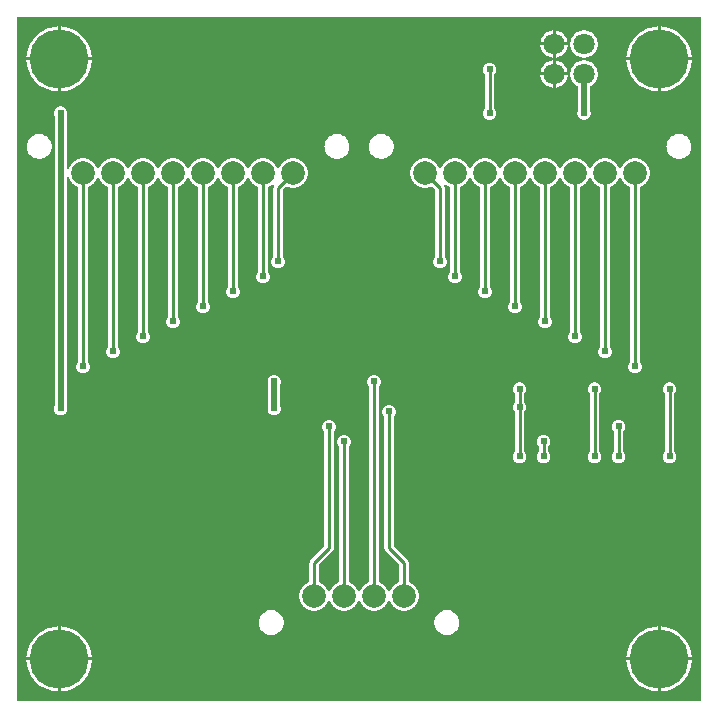
<source format=gbl>
G04 Layer: BottomLayer*
G04 Panelize: , Column: 2, Row: 2, Board Size: 58.42mm x 58.42mm, Panelized Board Size: 118.84mm x 118.84mm*
G04 EasyEDA v6.5.34, 2023-09-08 22:54:38*
G04 dba1fe39ed644193aaf89d91fc4d53de,5a6b42c53f6a479593ecc07194224c93,10*
G04 Gerber Generator version 0.2*
G04 Scale: 100 percent, Rotated: No, Reflected: No *
G04 Dimensions in millimeters *
G04 leading zeros omitted , absolute positions ,4 integer and 5 decimal *
%FSLAX45Y45*%
%MOMM*%

%ADD10C,0.2540*%
%ADD11C,0.5000*%
%ADD12C,5.0000*%
%ADD13C,1.8000*%
%ADD14C,2.0000*%
%ADD15C,0.6096*%
%ADD16C,0.0100*%

%LPD*%
G36*
X5805932Y25908D02*
G01*
X36068Y26416D01*
X32156Y27178D01*
X28905Y29413D01*
X26670Y32664D01*
X25908Y36576D01*
X25908Y5805932D01*
X26670Y5809843D01*
X28905Y5813094D01*
X32156Y5815330D01*
X36068Y5816092D01*
X5805932Y5816092D01*
X5809843Y5815330D01*
X5813094Y5813094D01*
X5815330Y5809843D01*
X5816092Y5805932D01*
X5816092Y36068D01*
X5815330Y32207D01*
X5813094Y28905D01*
X5809843Y26670D01*
G37*

%LPC*%
G36*
X4584700Y5600700D02*
G01*
X4687112Y5600700D01*
X4686960Y5602528D01*
X4684268Y5616803D01*
X4679746Y5630672D01*
X4673549Y5643829D01*
X4665776Y5656122D01*
X4656480Y5667349D01*
X4645863Y5677306D01*
X4634077Y5685840D01*
X4621326Y5692851D01*
X4607814Y5698236D01*
X4593691Y5701842D01*
X4584700Y5702960D01*
G37*
G36*
X393700Y105562D02*
G01*
X398322Y105664D01*
X421284Y108051D01*
X443992Y112369D01*
X466242Y118618D01*
X487934Y126644D01*
X508812Y136499D01*
X528828Y148031D01*
X547827Y161239D01*
X565607Y175971D01*
X582117Y192125D01*
X597204Y209600D01*
X610819Y228295D01*
X622757Y248107D01*
X633018Y268782D01*
X641553Y290271D01*
X648208Y312369D01*
X653034Y334975D01*
X655929Y357936D01*
X656336Y368300D01*
X393700Y368300D01*
G37*
G36*
X5448300Y105613D02*
G01*
X5448300Y368300D01*
X5185410Y368300D01*
X5187289Y346405D01*
X5191150Y323646D01*
X5196890Y301244D01*
X5204460Y279450D01*
X5213858Y258317D01*
X5224983Y238099D01*
X5237784Y218846D01*
X5252161Y200710D01*
X5267960Y183896D01*
X5285130Y168402D01*
X5303520Y154432D01*
X5323027Y142087D01*
X5343499Y131368D01*
X5364835Y122428D01*
X5386781Y115265D01*
X5409285Y109982D01*
X5432145Y106629D01*
G37*
G36*
X368300Y105613D02*
G01*
X368300Y368300D01*
X105410Y368300D01*
X107289Y346405D01*
X111150Y323646D01*
X116890Y301244D01*
X124460Y279450D01*
X133858Y258317D01*
X144983Y238099D01*
X157784Y218846D01*
X172161Y200710D01*
X187960Y183896D01*
X205130Y168402D01*
X223520Y154432D01*
X243027Y142087D01*
X263499Y131368D01*
X284835Y122428D01*
X306781Y115265D01*
X329285Y109982D01*
X352145Y106629D01*
G37*
G36*
X393700Y393700D02*
G01*
X656336Y393700D01*
X655929Y404063D01*
X653034Y427024D01*
X648208Y449630D01*
X641553Y471728D01*
X633018Y493217D01*
X622757Y513892D01*
X610819Y533704D01*
X597204Y552348D01*
X582117Y569874D01*
X565607Y586028D01*
X547827Y600760D01*
X528828Y613968D01*
X508812Y625500D01*
X487934Y635355D01*
X466242Y643382D01*
X443992Y649630D01*
X421284Y653948D01*
X398322Y656336D01*
X393700Y656437D01*
G37*
G36*
X5473700Y393700D02*
G01*
X5736336Y393700D01*
X5735929Y404063D01*
X5733034Y427024D01*
X5728208Y449630D01*
X5721553Y471728D01*
X5713018Y493217D01*
X5702757Y513892D01*
X5690819Y533704D01*
X5677204Y552348D01*
X5662117Y569874D01*
X5645607Y586028D01*
X5627827Y600760D01*
X5608828Y613968D01*
X5588812Y625500D01*
X5567934Y635355D01*
X5546242Y643382D01*
X5523992Y649630D01*
X5501284Y653948D01*
X5478322Y656336D01*
X5473700Y656437D01*
G37*
G36*
X5185410Y393700D02*
G01*
X5448300Y393700D01*
X5448300Y656386D01*
X5432145Y655370D01*
X5409285Y652018D01*
X5386781Y646734D01*
X5364835Y639572D01*
X5343499Y630631D01*
X5323027Y619912D01*
X5303520Y607568D01*
X5285130Y593598D01*
X5267960Y578104D01*
X5252161Y561289D01*
X5237784Y543153D01*
X5224983Y523900D01*
X5213858Y503682D01*
X5204460Y482549D01*
X5196890Y460756D01*
X5191150Y438353D01*
X5187289Y415594D01*
G37*
G36*
X105410Y393700D02*
G01*
X368300Y393700D01*
X368300Y656386D01*
X352145Y655370D01*
X329285Y652018D01*
X306781Y646734D01*
X284835Y639572D01*
X263499Y630631D01*
X243027Y619912D01*
X223520Y607568D01*
X205130Y593598D01*
X187960Y578104D01*
X172161Y561289D01*
X157784Y543153D01*
X144983Y523900D01*
X133858Y503682D01*
X124460Y482549D01*
X116890Y460756D01*
X111150Y438353D01*
X107289Y415594D01*
G37*
G36*
X2177440Y583488D02*
G01*
X2191258Y584403D01*
X2204821Y587095D01*
X2217978Y591566D01*
X2230374Y597662D01*
X2241905Y605383D01*
X2252319Y614527D01*
X2261463Y624941D01*
X2269134Y636422D01*
X2275281Y648868D01*
X2279700Y661974D01*
X2282444Y675538D01*
X2283307Y689356D01*
X2282444Y703224D01*
X2279700Y716788D01*
X2275281Y729894D01*
X2269134Y742340D01*
X2261463Y753821D01*
X2252319Y764235D01*
X2241905Y773379D01*
X2230374Y781100D01*
X2217978Y787196D01*
X2204821Y791667D01*
X2191258Y794359D01*
X2177440Y795274D01*
X2163622Y794359D01*
X2150059Y791667D01*
X2136902Y787196D01*
X2124506Y781100D01*
X2112975Y773379D01*
X2102561Y764235D01*
X2093417Y753821D01*
X2085746Y742340D01*
X2079599Y729894D01*
X2075180Y716788D01*
X2072436Y703224D01*
X2071573Y689356D01*
X2072436Y675538D01*
X2075180Y661974D01*
X2079599Y648868D01*
X2085746Y636422D01*
X2093417Y624941D01*
X2102561Y614527D01*
X2112975Y605383D01*
X2124506Y597662D01*
X2136902Y591566D01*
X2150059Y587095D01*
X2163622Y584403D01*
G37*
G36*
X3664559Y583488D02*
G01*
X3678377Y584403D01*
X3691940Y587095D01*
X3705047Y591566D01*
X3717493Y597662D01*
X3728974Y605383D01*
X3739387Y614527D01*
X3748532Y624941D01*
X3756253Y636422D01*
X3762349Y648868D01*
X3766820Y661974D01*
X3769512Y675538D01*
X3770426Y689356D01*
X3769512Y703224D01*
X3766820Y716788D01*
X3762349Y729894D01*
X3756253Y742340D01*
X3748532Y753821D01*
X3739387Y764235D01*
X3728974Y773379D01*
X3717493Y781100D01*
X3705047Y787196D01*
X3691940Y791667D01*
X3678377Y794359D01*
X3664559Y795274D01*
X3650691Y794359D01*
X3637127Y791667D01*
X3624021Y787196D01*
X3611575Y781100D01*
X3600094Y773379D01*
X3589680Y764235D01*
X3580536Y753821D01*
X3572814Y742340D01*
X3566718Y729894D01*
X3562248Y716788D01*
X3559556Y703224D01*
X3558641Y689356D01*
X3559556Y675538D01*
X3562248Y661974D01*
X3566718Y648868D01*
X3572814Y636422D01*
X3580536Y624941D01*
X3589680Y614527D01*
X3600094Y605383D01*
X3611575Y597662D01*
X3624021Y591566D01*
X3637127Y587095D01*
X3650691Y584403D01*
G37*
G36*
X2540000Y788517D02*
G01*
X2555189Y789432D01*
X2570124Y792175D01*
X2584653Y796696D01*
X2598521Y802894D01*
X2611526Y810768D01*
X2623464Y820166D01*
X2634234Y830884D01*
X2643581Y842873D01*
X2651455Y855878D01*
X2657754Y869797D01*
X2659938Y872947D01*
X2663190Y875080D01*
X2667000Y875792D01*
X2670810Y875080D01*
X2674061Y872947D01*
X2676245Y869797D01*
X2682544Y855878D01*
X2690418Y842873D01*
X2699766Y830884D01*
X2710535Y820166D01*
X2722473Y810768D01*
X2735478Y802894D01*
X2749346Y796696D01*
X2763875Y792175D01*
X2778810Y789432D01*
X2794000Y788517D01*
X2809189Y789432D01*
X2824124Y792175D01*
X2838653Y796696D01*
X2852521Y802894D01*
X2865526Y810768D01*
X2877464Y820166D01*
X2888234Y830884D01*
X2897581Y842873D01*
X2905455Y855878D01*
X2911754Y869797D01*
X2913938Y872947D01*
X2917190Y875080D01*
X2921000Y875792D01*
X2924810Y875080D01*
X2928061Y872947D01*
X2930245Y869797D01*
X2936544Y855878D01*
X2944418Y842873D01*
X2953766Y830884D01*
X2964535Y820166D01*
X2976473Y810768D01*
X2989478Y802894D01*
X3003346Y796696D01*
X3017875Y792175D01*
X3032810Y789432D01*
X3048000Y788517D01*
X3063189Y789432D01*
X3078124Y792175D01*
X3092653Y796696D01*
X3106521Y802894D01*
X3119526Y810768D01*
X3131464Y820166D01*
X3142234Y830884D01*
X3151581Y842873D01*
X3159455Y855878D01*
X3165754Y869797D01*
X3167938Y872947D01*
X3171190Y875080D01*
X3175000Y875792D01*
X3178810Y875080D01*
X3182061Y872947D01*
X3184245Y869797D01*
X3190544Y855878D01*
X3198418Y842873D01*
X3207766Y830884D01*
X3218535Y820166D01*
X3230473Y810768D01*
X3243478Y802894D01*
X3257346Y796696D01*
X3271875Y792175D01*
X3286810Y789432D01*
X3302000Y788517D01*
X3317189Y789432D01*
X3332124Y792175D01*
X3346653Y796696D01*
X3360521Y802894D01*
X3373526Y810768D01*
X3385464Y820166D01*
X3396234Y830884D01*
X3405581Y842873D01*
X3413455Y855878D01*
X3419703Y869746D01*
X3424224Y884275D01*
X3426968Y899210D01*
X3427882Y914400D01*
X3426968Y929538D01*
X3424224Y944524D01*
X3419703Y959053D01*
X3413455Y972870D01*
X3405581Y985875D01*
X3396234Y997864D01*
X3385464Y1008634D01*
X3373526Y1017981D01*
X3360521Y1025855D01*
X3346602Y1032103D01*
X3343452Y1034338D01*
X3341319Y1037590D01*
X3340608Y1041400D01*
X3340608Y1193292D01*
X3339795Y1201318D01*
X3337610Y1208532D01*
X3334054Y1215237D01*
X3328924Y1221435D01*
X3216605Y1333804D01*
X3214370Y1337106D01*
X3213608Y1341018D01*
X3213608Y2431491D01*
X3214370Y2435402D01*
X3216605Y2438704D01*
X3218180Y2440279D01*
X3223818Y2448306D01*
X3227933Y2457246D01*
X3230473Y2466695D01*
X3231337Y2476500D01*
X3230473Y2486304D01*
X3227933Y2495753D01*
X3223818Y2504694D01*
X3218180Y2512720D01*
X3211220Y2519680D01*
X3203194Y2525318D01*
X3194253Y2529433D01*
X3184804Y2531973D01*
X3175000Y2532837D01*
X3165195Y2531973D01*
X3155746Y2529433D01*
X3146806Y2525318D01*
X3138779Y2519680D01*
X3131820Y2512720D01*
X3126181Y2504694D01*
X3122066Y2495753D01*
X3119526Y2486304D01*
X3118662Y2476500D01*
X3119526Y2466695D01*
X3122066Y2457246D01*
X3126181Y2448306D01*
X3131820Y2440279D01*
X3133394Y2438704D01*
X3135630Y2435402D01*
X3136392Y2431491D01*
X3136392Y1321308D01*
X3137204Y1313281D01*
X3139389Y1306068D01*
X3142945Y1299362D01*
X3148076Y1293164D01*
X3260394Y1180795D01*
X3262629Y1177493D01*
X3263392Y1173581D01*
X3263392Y1041400D01*
X3262680Y1037590D01*
X3260547Y1034338D01*
X3257397Y1032103D01*
X3243478Y1025855D01*
X3230473Y1017981D01*
X3218535Y1008634D01*
X3207766Y997864D01*
X3198418Y985875D01*
X3190544Y972870D01*
X3184245Y958951D01*
X3182061Y955802D01*
X3178810Y953719D01*
X3175000Y952957D01*
X3171190Y953719D01*
X3167938Y955802D01*
X3165754Y958951D01*
X3159455Y972870D01*
X3151581Y985875D01*
X3142234Y997864D01*
X3131464Y1008634D01*
X3119526Y1017981D01*
X3106521Y1025855D01*
X3092602Y1032103D01*
X3089452Y1034338D01*
X3087319Y1037590D01*
X3086608Y1041400D01*
X3086608Y2685491D01*
X3087370Y2689402D01*
X3089605Y2692704D01*
X3091180Y2694279D01*
X3096818Y2702306D01*
X3100933Y2711246D01*
X3103473Y2720695D01*
X3104337Y2730500D01*
X3103473Y2740304D01*
X3100933Y2749753D01*
X3096818Y2758694D01*
X3091180Y2766720D01*
X3084220Y2773680D01*
X3076194Y2779318D01*
X3067253Y2783433D01*
X3057804Y2785973D01*
X3048000Y2786837D01*
X3038195Y2785973D01*
X3028746Y2783433D01*
X3019806Y2779318D01*
X3011779Y2773680D01*
X3004820Y2766720D01*
X2999181Y2758694D01*
X2995066Y2749753D01*
X2992526Y2740304D01*
X2991662Y2730500D01*
X2992526Y2720695D01*
X2995066Y2711246D01*
X2999181Y2702306D01*
X3004820Y2694279D01*
X3006394Y2692704D01*
X3008630Y2689402D01*
X3009392Y2685491D01*
X3009392Y1041400D01*
X3008680Y1037590D01*
X3006547Y1034338D01*
X3003397Y1032103D01*
X2989478Y1025855D01*
X2976473Y1017981D01*
X2964535Y1008634D01*
X2953766Y997864D01*
X2944418Y985875D01*
X2936544Y972870D01*
X2930245Y958951D01*
X2928061Y955802D01*
X2924810Y953719D01*
X2921000Y952957D01*
X2917190Y953719D01*
X2913938Y955802D01*
X2911754Y958951D01*
X2905455Y972870D01*
X2897581Y985875D01*
X2888234Y997864D01*
X2877464Y1008634D01*
X2865526Y1017981D01*
X2852521Y1025855D01*
X2838602Y1032103D01*
X2835452Y1034338D01*
X2833319Y1037590D01*
X2832608Y1041400D01*
X2832608Y2177491D01*
X2833370Y2181402D01*
X2835605Y2184704D01*
X2837180Y2186279D01*
X2842818Y2194306D01*
X2846933Y2203246D01*
X2849473Y2212695D01*
X2850337Y2222500D01*
X2849473Y2232304D01*
X2846933Y2241753D01*
X2842818Y2250694D01*
X2837180Y2258720D01*
X2830220Y2265680D01*
X2822194Y2271318D01*
X2813253Y2275433D01*
X2803804Y2277973D01*
X2794000Y2278837D01*
X2784195Y2277973D01*
X2774746Y2275433D01*
X2765806Y2271318D01*
X2757779Y2265680D01*
X2750820Y2258720D01*
X2745181Y2250694D01*
X2741066Y2241753D01*
X2738526Y2232304D01*
X2737662Y2222500D01*
X2738526Y2212695D01*
X2741066Y2203246D01*
X2745181Y2194306D01*
X2750820Y2186279D01*
X2752394Y2184704D01*
X2754630Y2181402D01*
X2755392Y2177491D01*
X2755392Y1041400D01*
X2754680Y1037590D01*
X2752547Y1034338D01*
X2749397Y1032103D01*
X2735478Y1025855D01*
X2722473Y1017981D01*
X2710535Y1008634D01*
X2699766Y997864D01*
X2690418Y985875D01*
X2682544Y972870D01*
X2676245Y958951D01*
X2674061Y955802D01*
X2670810Y953719D01*
X2667000Y952957D01*
X2663190Y953719D01*
X2659938Y955802D01*
X2657754Y958951D01*
X2651455Y972870D01*
X2643581Y985875D01*
X2634234Y997864D01*
X2623464Y1008634D01*
X2611526Y1017981D01*
X2598521Y1025855D01*
X2584602Y1032103D01*
X2581452Y1034338D01*
X2579319Y1037590D01*
X2578608Y1041400D01*
X2578608Y1173581D01*
X2579370Y1177493D01*
X2581605Y1180795D01*
X2693924Y1293164D01*
X2699054Y1299362D01*
X2702610Y1306068D01*
X2704795Y1313281D01*
X2705608Y1321308D01*
X2705608Y2304491D01*
X2706370Y2308402D01*
X2708605Y2311704D01*
X2710180Y2313279D01*
X2715818Y2321306D01*
X2719933Y2330246D01*
X2722473Y2339695D01*
X2723337Y2349500D01*
X2722473Y2359304D01*
X2719933Y2368753D01*
X2715818Y2377694D01*
X2710180Y2385720D01*
X2703220Y2392680D01*
X2695194Y2398318D01*
X2686253Y2402433D01*
X2676804Y2404973D01*
X2667000Y2405837D01*
X2657195Y2404973D01*
X2647746Y2402433D01*
X2638806Y2398318D01*
X2630779Y2392680D01*
X2623820Y2385720D01*
X2618181Y2377694D01*
X2614066Y2368753D01*
X2611526Y2359304D01*
X2610662Y2349500D01*
X2611526Y2339695D01*
X2614066Y2330246D01*
X2618181Y2321306D01*
X2623820Y2313279D01*
X2625394Y2311704D01*
X2627630Y2308402D01*
X2628392Y2304491D01*
X2628392Y1341018D01*
X2627630Y1337106D01*
X2625394Y1333804D01*
X2513076Y1221435D01*
X2507945Y1215237D01*
X2504389Y1208532D01*
X2502204Y1201318D01*
X2501392Y1193292D01*
X2501392Y1041400D01*
X2500680Y1037590D01*
X2498547Y1034338D01*
X2495397Y1032103D01*
X2481478Y1025855D01*
X2468473Y1017981D01*
X2456535Y1008634D01*
X2445766Y997864D01*
X2436418Y985875D01*
X2428544Y972870D01*
X2422296Y959053D01*
X2417775Y944524D01*
X2415032Y929538D01*
X2414117Y914400D01*
X2415032Y899210D01*
X2417775Y884275D01*
X2422296Y869746D01*
X2428544Y855878D01*
X2436418Y842873D01*
X2445766Y830884D01*
X2456535Y820166D01*
X2468473Y810768D01*
X2481478Y802894D01*
X2495346Y796696D01*
X2509875Y792175D01*
X2524810Y789432D01*
G37*
G36*
X4456887Y5600700D02*
G01*
X4559300Y5600700D01*
X4559300Y5702960D01*
X4550308Y5701842D01*
X4536186Y5698236D01*
X4522673Y5692851D01*
X4509922Y5685840D01*
X4498136Y5677306D01*
X4487519Y5667349D01*
X4478223Y5656122D01*
X4470450Y5643829D01*
X4464253Y5630672D01*
X4459732Y5616803D01*
X4457039Y5602528D01*
G37*
G36*
X105410Y5473700D02*
G01*
X368300Y5473700D01*
X368300Y5736386D01*
X352145Y5735370D01*
X329285Y5732018D01*
X306781Y5726734D01*
X284835Y5719572D01*
X263499Y5710631D01*
X243027Y5699912D01*
X223520Y5687568D01*
X205130Y5673598D01*
X187960Y5658104D01*
X172161Y5641289D01*
X157784Y5623153D01*
X144983Y5603900D01*
X133858Y5583682D01*
X124460Y5562549D01*
X116890Y5540756D01*
X111150Y5518353D01*
X107289Y5495594D01*
G37*
G36*
X5185410Y5473700D02*
G01*
X5448300Y5473700D01*
X5448300Y5736386D01*
X5432145Y5735370D01*
X5409285Y5732018D01*
X5386781Y5726734D01*
X5364835Y5719572D01*
X5343499Y5710631D01*
X5323027Y5699912D01*
X5303520Y5687568D01*
X5285130Y5673598D01*
X5267960Y5658104D01*
X5252161Y5641289D01*
X5237784Y5623153D01*
X5224983Y5603900D01*
X5213858Y5583682D01*
X5204460Y5562549D01*
X5196890Y5540756D01*
X5191150Y5518353D01*
X5187289Y5495594D01*
G37*
G36*
X393700Y5473700D02*
G01*
X656336Y5473700D01*
X655929Y5484063D01*
X653034Y5507024D01*
X648208Y5529630D01*
X641553Y5551728D01*
X633018Y5573217D01*
X622757Y5593892D01*
X610819Y5613704D01*
X597204Y5632348D01*
X582117Y5649874D01*
X565607Y5666028D01*
X547827Y5680760D01*
X528828Y5693968D01*
X508812Y5705500D01*
X487934Y5715355D01*
X466242Y5723382D01*
X443992Y5729630D01*
X421284Y5733948D01*
X398322Y5736336D01*
X393700Y5736437D01*
G37*
G36*
X5473700Y5473700D02*
G01*
X5736336Y5473700D01*
X5735929Y5484063D01*
X5733034Y5507024D01*
X5728208Y5529630D01*
X5721553Y5551728D01*
X5713018Y5573217D01*
X5702757Y5593892D01*
X5690819Y5613704D01*
X5677204Y5632348D01*
X5662117Y5649874D01*
X5645607Y5666028D01*
X5627827Y5680760D01*
X5608828Y5693968D01*
X5588812Y5705500D01*
X5567934Y5715355D01*
X5546242Y5723382D01*
X5523992Y5729630D01*
X5501284Y5733948D01*
X5478322Y5736336D01*
X5473700Y5736437D01*
G37*
G36*
X4584700Y5473039D02*
G01*
X4593691Y5474157D01*
X4607814Y5477764D01*
X4621326Y5483148D01*
X4634077Y5490159D01*
X4645863Y5498693D01*
X4656480Y5508650D01*
X4665776Y5519877D01*
X4673549Y5532170D01*
X4679746Y5545328D01*
X4684268Y5559196D01*
X4686960Y5573471D01*
X4687112Y5575300D01*
X4584700Y5575300D01*
G37*
G36*
X4483100Y2039162D02*
G01*
X4492904Y2040026D01*
X4502353Y2042566D01*
X4511294Y2046681D01*
X4519320Y2052320D01*
X4526280Y2059279D01*
X4531918Y2067306D01*
X4536033Y2076246D01*
X4538573Y2085695D01*
X4539437Y2095500D01*
X4538573Y2105304D01*
X4536033Y2114753D01*
X4531918Y2123694D01*
X4526280Y2131720D01*
X4524705Y2133295D01*
X4522470Y2136597D01*
X4521708Y2140508D01*
X4521708Y2177491D01*
X4522470Y2181402D01*
X4524705Y2184704D01*
X4526280Y2186279D01*
X4531918Y2194306D01*
X4536033Y2203246D01*
X4538573Y2212695D01*
X4539437Y2222500D01*
X4538573Y2232304D01*
X4536033Y2241753D01*
X4531918Y2250694D01*
X4526280Y2258720D01*
X4519320Y2265680D01*
X4511294Y2271318D01*
X4502353Y2275433D01*
X4492904Y2277973D01*
X4483100Y2278837D01*
X4473295Y2277973D01*
X4463846Y2275433D01*
X4454906Y2271318D01*
X4446879Y2265680D01*
X4439920Y2258720D01*
X4434281Y2250694D01*
X4430166Y2241753D01*
X4427626Y2232304D01*
X4426762Y2222500D01*
X4427626Y2212695D01*
X4430166Y2203246D01*
X4434281Y2194306D01*
X4439920Y2186279D01*
X4441494Y2184704D01*
X4443730Y2181402D01*
X4444492Y2177491D01*
X4444492Y2140508D01*
X4443730Y2136597D01*
X4441494Y2133295D01*
X4439920Y2131720D01*
X4434281Y2123694D01*
X4430166Y2114753D01*
X4427626Y2105304D01*
X4426762Y2095500D01*
X4427626Y2085695D01*
X4430166Y2076246D01*
X4434281Y2067306D01*
X4439920Y2059279D01*
X4446879Y2052320D01*
X4454906Y2046681D01*
X4463846Y2042566D01*
X4473295Y2040026D01*
G37*
G36*
X5118100Y2039162D02*
G01*
X5127904Y2040026D01*
X5137353Y2042566D01*
X5146294Y2046681D01*
X5154320Y2052320D01*
X5161280Y2059279D01*
X5166918Y2067306D01*
X5171033Y2076246D01*
X5173573Y2085695D01*
X5174437Y2095500D01*
X5173573Y2105304D01*
X5171033Y2114753D01*
X5166918Y2123694D01*
X5161280Y2131720D01*
X5159705Y2133295D01*
X5157470Y2136597D01*
X5156708Y2140508D01*
X5156708Y2304491D01*
X5157470Y2308402D01*
X5159705Y2311704D01*
X5161280Y2313279D01*
X5166918Y2321306D01*
X5171033Y2330246D01*
X5173573Y2339695D01*
X5174437Y2349500D01*
X5173573Y2359304D01*
X5171033Y2368753D01*
X5166918Y2377694D01*
X5161280Y2385720D01*
X5154320Y2392680D01*
X5146294Y2398318D01*
X5137353Y2402433D01*
X5127904Y2404973D01*
X5118100Y2405837D01*
X5108295Y2404973D01*
X5098846Y2402433D01*
X5089906Y2398318D01*
X5081879Y2392680D01*
X5074920Y2385720D01*
X5069281Y2377694D01*
X5065166Y2368753D01*
X5062626Y2359304D01*
X5061762Y2349500D01*
X5062626Y2339695D01*
X5065166Y2330246D01*
X5069281Y2321306D01*
X5074920Y2313279D01*
X5076494Y2311704D01*
X5078730Y2308402D01*
X5079492Y2304491D01*
X5079492Y2140508D01*
X5078730Y2136597D01*
X5076494Y2133295D01*
X5074920Y2131720D01*
X5069281Y2123694D01*
X5065166Y2114753D01*
X5062626Y2105304D01*
X5061762Y2095500D01*
X5062626Y2085695D01*
X5065166Y2076246D01*
X5069281Y2067306D01*
X5074920Y2059279D01*
X5081879Y2052320D01*
X5089906Y2046681D01*
X5098846Y2042566D01*
X5108295Y2040026D01*
G37*
G36*
X4914900Y2039162D02*
G01*
X4924704Y2040026D01*
X4934153Y2042566D01*
X4943094Y2046681D01*
X4951120Y2052320D01*
X4958080Y2059279D01*
X4963718Y2067306D01*
X4967833Y2076246D01*
X4970373Y2085695D01*
X4971237Y2095500D01*
X4970373Y2105304D01*
X4967833Y2114753D01*
X4963718Y2123694D01*
X4958080Y2131720D01*
X4956505Y2133295D01*
X4954270Y2136597D01*
X4953508Y2140508D01*
X4953508Y2621991D01*
X4954270Y2625902D01*
X4956505Y2629204D01*
X4958080Y2630779D01*
X4963718Y2638806D01*
X4967833Y2647746D01*
X4970373Y2657195D01*
X4971237Y2667000D01*
X4970373Y2676804D01*
X4967833Y2686253D01*
X4963718Y2695194D01*
X4958080Y2703220D01*
X4951120Y2710180D01*
X4943094Y2715818D01*
X4934153Y2719933D01*
X4924704Y2722473D01*
X4914900Y2723337D01*
X4905095Y2722473D01*
X4895646Y2719933D01*
X4886706Y2715818D01*
X4878679Y2710180D01*
X4871720Y2703220D01*
X4866081Y2695194D01*
X4861966Y2686253D01*
X4859426Y2676804D01*
X4858562Y2667000D01*
X4859426Y2657195D01*
X4861966Y2647746D01*
X4866081Y2638806D01*
X4871720Y2630779D01*
X4873294Y2629204D01*
X4875530Y2625902D01*
X4876292Y2621991D01*
X4876292Y2140508D01*
X4875530Y2136597D01*
X4873294Y2133295D01*
X4871720Y2131720D01*
X4866081Y2123694D01*
X4861966Y2114753D01*
X4859426Y2105304D01*
X4858562Y2095500D01*
X4859426Y2085695D01*
X4861966Y2076246D01*
X4866081Y2067306D01*
X4871720Y2059279D01*
X4878679Y2052320D01*
X4886706Y2046681D01*
X4895646Y2042566D01*
X4905095Y2040026D01*
G37*
G36*
X4279900Y2039162D02*
G01*
X4289704Y2040026D01*
X4299153Y2042566D01*
X4308094Y2046681D01*
X4316120Y2052320D01*
X4323080Y2059279D01*
X4328718Y2067306D01*
X4332833Y2076246D01*
X4335373Y2085695D01*
X4336237Y2095500D01*
X4335373Y2105304D01*
X4332833Y2114753D01*
X4328718Y2123694D01*
X4323080Y2131720D01*
X4321505Y2133295D01*
X4319270Y2136597D01*
X4318508Y2140508D01*
X4318508Y2469591D01*
X4319270Y2473502D01*
X4321505Y2476804D01*
X4323080Y2478379D01*
X4328718Y2486406D01*
X4332833Y2495346D01*
X4335373Y2504795D01*
X4336237Y2514600D01*
X4335373Y2524404D01*
X4332833Y2533853D01*
X4328718Y2542794D01*
X4323080Y2550820D01*
X4321505Y2552395D01*
X4319270Y2555697D01*
X4318508Y2559608D01*
X4318508Y2621991D01*
X4319270Y2625902D01*
X4321505Y2629204D01*
X4323080Y2630779D01*
X4328718Y2638806D01*
X4332833Y2647746D01*
X4335373Y2657195D01*
X4336237Y2667000D01*
X4335373Y2676804D01*
X4332833Y2686253D01*
X4328718Y2695194D01*
X4323080Y2703220D01*
X4316120Y2710180D01*
X4308094Y2715818D01*
X4299153Y2719933D01*
X4289704Y2722473D01*
X4279900Y2723337D01*
X4270095Y2722473D01*
X4260646Y2719933D01*
X4251706Y2715818D01*
X4243679Y2710180D01*
X4236720Y2703220D01*
X4231081Y2695194D01*
X4226966Y2686253D01*
X4224426Y2676804D01*
X4223562Y2667000D01*
X4224426Y2657195D01*
X4226966Y2647746D01*
X4231081Y2638806D01*
X4236720Y2630779D01*
X4238294Y2629204D01*
X4240530Y2625902D01*
X4241292Y2621991D01*
X4241292Y2559608D01*
X4240530Y2555697D01*
X4238294Y2552395D01*
X4236720Y2550820D01*
X4231081Y2542794D01*
X4226966Y2533853D01*
X4224426Y2524404D01*
X4223562Y2514600D01*
X4224426Y2504795D01*
X4226966Y2495346D01*
X4231081Y2486406D01*
X4236720Y2478379D01*
X4238294Y2476804D01*
X4240530Y2473502D01*
X4241292Y2469591D01*
X4241292Y2140508D01*
X4240530Y2136597D01*
X4238294Y2133295D01*
X4236720Y2131720D01*
X4231081Y2123694D01*
X4226966Y2114753D01*
X4224426Y2105304D01*
X4223562Y2095500D01*
X4224426Y2085695D01*
X4226966Y2076246D01*
X4231081Y2067306D01*
X4236720Y2059279D01*
X4243679Y2052320D01*
X4251706Y2046681D01*
X4260646Y2042566D01*
X4270095Y2040026D01*
G37*
G36*
X5549900Y2039162D02*
G01*
X5559704Y2040026D01*
X5569153Y2042566D01*
X5578094Y2046681D01*
X5586120Y2052320D01*
X5593080Y2059279D01*
X5598718Y2067306D01*
X5602833Y2076246D01*
X5605373Y2085695D01*
X5606237Y2095500D01*
X5605373Y2105304D01*
X5602833Y2114753D01*
X5598718Y2123694D01*
X5593080Y2131720D01*
X5591505Y2133295D01*
X5589270Y2136597D01*
X5588508Y2140508D01*
X5588508Y2621991D01*
X5589270Y2625902D01*
X5591505Y2629204D01*
X5593080Y2630779D01*
X5598718Y2638806D01*
X5602833Y2647746D01*
X5605373Y2657195D01*
X5606237Y2667000D01*
X5605373Y2676804D01*
X5602833Y2686253D01*
X5598718Y2695194D01*
X5593080Y2703220D01*
X5586120Y2710180D01*
X5578094Y2715818D01*
X5569153Y2719933D01*
X5559704Y2722473D01*
X5549900Y2723337D01*
X5540095Y2722473D01*
X5530646Y2719933D01*
X5521706Y2715818D01*
X5513679Y2710180D01*
X5506720Y2703220D01*
X5501081Y2695194D01*
X5496966Y2686253D01*
X5494426Y2676804D01*
X5493562Y2667000D01*
X5494426Y2657195D01*
X5496966Y2647746D01*
X5501081Y2638806D01*
X5506720Y2630779D01*
X5508294Y2629204D01*
X5510530Y2625902D01*
X5511292Y2621991D01*
X5511292Y2140508D01*
X5510530Y2136597D01*
X5508294Y2133295D01*
X5506720Y2131720D01*
X5501081Y2123694D01*
X5496966Y2114753D01*
X5494426Y2105304D01*
X5493562Y2095500D01*
X5494426Y2085695D01*
X5496966Y2076246D01*
X5501081Y2067306D01*
X5506720Y2059279D01*
X5513679Y2052320D01*
X5521706Y2046681D01*
X5530646Y2042566D01*
X5540095Y2040026D01*
G37*
G36*
X2202332Y2445562D02*
G01*
X2212136Y2446426D01*
X2221585Y2448966D01*
X2230526Y2453081D01*
X2238552Y2458720D01*
X2245512Y2465679D01*
X2251151Y2473706D01*
X2255266Y2482646D01*
X2257806Y2492095D01*
X2258669Y2501900D01*
X2257806Y2511704D01*
X2255266Y2521153D01*
X2254199Y2523490D01*
X2253234Y2527808D01*
X2253234Y2704592D01*
X2254199Y2708910D01*
X2255266Y2711246D01*
X2257806Y2720695D01*
X2258669Y2730500D01*
X2257806Y2740304D01*
X2255266Y2749753D01*
X2251151Y2758694D01*
X2245512Y2766720D01*
X2238552Y2773680D01*
X2230526Y2779318D01*
X2221585Y2783433D01*
X2212136Y2785973D01*
X2202332Y2786837D01*
X2192528Y2785973D01*
X2183079Y2783433D01*
X2174138Y2779318D01*
X2166112Y2773680D01*
X2159152Y2766720D01*
X2153513Y2758694D01*
X2149398Y2749753D01*
X2146858Y2740304D01*
X2145995Y2730500D01*
X2146858Y2720695D01*
X2149398Y2711246D01*
X2150465Y2708859D01*
X2151430Y2704592D01*
X2151430Y2527808D01*
X2150465Y2523540D01*
X2149398Y2521153D01*
X2146858Y2511704D01*
X2145995Y2501900D01*
X2146858Y2492095D01*
X2149398Y2482646D01*
X2153513Y2473706D01*
X2159152Y2465679D01*
X2166112Y2458720D01*
X2174138Y2453081D01*
X2183079Y2448966D01*
X2192528Y2446426D01*
G37*
G36*
X393700Y2445562D02*
G01*
X403504Y2446426D01*
X412953Y2448966D01*
X421893Y2453081D01*
X429920Y2458720D01*
X436880Y2465679D01*
X442518Y2473706D01*
X446633Y2482646D01*
X449173Y2492095D01*
X450037Y2501900D01*
X449173Y2511704D01*
X446633Y2521153D01*
X445566Y2523490D01*
X444601Y2527808D01*
X444601Y4454652D01*
X445414Y4458614D01*
X447751Y4462018D01*
X451256Y4464151D01*
X455269Y4464761D01*
X459232Y4463745D01*
X462483Y4461256D01*
X464464Y4457649D01*
X466496Y4451146D01*
X472744Y4437278D01*
X480618Y4424273D01*
X489966Y4412335D01*
X500735Y4401566D01*
X512673Y4392218D01*
X525678Y4384344D01*
X539597Y4378096D01*
X542747Y4375861D01*
X544880Y4372610D01*
X545592Y4368800D01*
X545592Y2902508D01*
X544830Y2898597D01*
X542594Y2895295D01*
X541020Y2893720D01*
X535381Y2885694D01*
X531266Y2876753D01*
X528726Y2867304D01*
X527862Y2857500D01*
X528726Y2847695D01*
X531266Y2838246D01*
X535381Y2829306D01*
X541020Y2821279D01*
X547979Y2814320D01*
X556006Y2808681D01*
X564946Y2804566D01*
X574395Y2802026D01*
X584200Y2801162D01*
X594004Y2802026D01*
X603453Y2804566D01*
X612394Y2808681D01*
X620420Y2814320D01*
X627380Y2821279D01*
X633018Y2829306D01*
X637133Y2838246D01*
X639673Y2847695D01*
X640537Y2857500D01*
X639673Y2867304D01*
X637133Y2876753D01*
X633018Y2885694D01*
X627380Y2893720D01*
X625805Y2895295D01*
X623570Y2898597D01*
X622808Y2902508D01*
X622808Y4368800D01*
X623519Y4372610D01*
X625652Y4375861D01*
X628802Y4378096D01*
X642721Y4384344D01*
X655726Y4392218D01*
X667664Y4401566D01*
X678434Y4412335D01*
X687781Y4424273D01*
X695655Y4437278D01*
X701954Y4451197D01*
X704138Y4454398D01*
X707390Y4456480D01*
X711200Y4457192D01*
X715010Y4456480D01*
X718261Y4454398D01*
X720445Y4451197D01*
X726744Y4437278D01*
X734618Y4424273D01*
X743966Y4412335D01*
X754735Y4401566D01*
X766673Y4392218D01*
X779678Y4384344D01*
X793597Y4378096D01*
X796747Y4375861D01*
X798880Y4372610D01*
X799592Y4368800D01*
X799592Y3029508D01*
X798830Y3025597D01*
X796594Y3022295D01*
X795020Y3020720D01*
X789381Y3012694D01*
X785266Y3003753D01*
X782726Y2994304D01*
X781862Y2984500D01*
X782726Y2974695D01*
X785266Y2965246D01*
X789381Y2956306D01*
X795020Y2948279D01*
X801979Y2941320D01*
X810006Y2935681D01*
X818946Y2931566D01*
X828395Y2929026D01*
X838200Y2928162D01*
X848004Y2929026D01*
X857453Y2931566D01*
X866394Y2935681D01*
X874420Y2941320D01*
X881380Y2948279D01*
X887018Y2956306D01*
X891133Y2965246D01*
X893673Y2974695D01*
X894537Y2984500D01*
X893673Y2994304D01*
X891133Y3003753D01*
X887018Y3012694D01*
X881380Y3020720D01*
X879805Y3022295D01*
X877569Y3025597D01*
X876808Y3029508D01*
X876808Y4368800D01*
X877519Y4372610D01*
X879652Y4375861D01*
X882802Y4378096D01*
X896721Y4384344D01*
X909726Y4392218D01*
X921664Y4401566D01*
X932434Y4412335D01*
X941781Y4424273D01*
X949655Y4437278D01*
X955954Y4451197D01*
X958138Y4454398D01*
X961390Y4456480D01*
X965200Y4457192D01*
X969010Y4456480D01*
X972261Y4454398D01*
X974445Y4451197D01*
X980744Y4437278D01*
X988618Y4424273D01*
X997966Y4412335D01*
X1008735Y4401566D01*
X1020673Y4392218D01*
X1033678Y4384344D01*
X1047597Y4378096D01*
X1050747Y4375861D01*
X1052880Y4372610D01*
X1053592Y4368800D01*
X1053592Y3156508D01*
X1052830Y3152597D01*
X1050594Y3149295D01*
X1049020Y3147720D01*
X1043381Y3139694D01*
X1039266Y3130753D01*
X1036726Y3121304D01*
X1035862Y3111500D01*
X1036726Y3101695D01*
X1039266Y3092246D01*
X1043381Y3083306D01*
X1049020Y3075279D01*
X1055979Y3068320D01*
X1064006Y3062681D01*
X1072946Y3058566D01*
X1082395Y3056026D01*
X1092200Y3055162D01*
X1102004Y3056026D01*
X1111453Y3058566D01*
X1120394Y3062681D01*
X1128420Y3068320D01*
X1135380Y3075279D01*
X1141018Y3083306D01*
X1145133Y3092246D01*
X1147673Y3101695D01*
X1148537Y3111500D01*
X1147673Y3121304D01*
X1145133Y3130753D01*
X1141018Y3139694D01*
X1135380Y3147720D01*
X1133805Y3149295D01*
X1131570Y3152597D01*
X1130808Y3156508D01*
X1130808Y4368800D01*
X1131519Y4372610D01*
X1133652Y4375861D01*
X1136802Y4378096D01*
X1150721Y4384344D01*
X1163726Y4392218D01*
X1175664Y4401566D01*
X1186434Y4412335D01*
X1195781Y4424273D01*
X1203655Y4437278D01*
X1209954Y4451197D01*
X1212138Y4454398D01*
X1215390Y4456480D01*
X1219200Y4457192D01*
X1223010Y4456480D01*
X1226261Y4454398D01*
X1228445Y4451197D01*
X1234744Y4437278D01*
X1242618Y4424273D01*
X1251966Y4412335D01*
X1262735Y4401566D01*
X1274673Y4392218D01*
X1287678Y4384344D01*
X1301597Y4378096D01*
X1304747Y4375861D01*
X1306880Y4372610D01*
X1307592Y4368800D01*
X1307592Y3283508D01*
X1306830Y3279597D01*
X1304594Y3276295D01*
X1303020Y3274720D01*
X1297381Y3266694D01*
X1293266Y3257753D01*
X1290726Y3248304D01*
X1289862Y3238500D01*
X1290726Y3228695D01*
X1293266Y3219246D01*
X1297381Y3210306D01*
X1303020Y3202279D01*
X1309979Y3195320D01*
X1318006Y3189681D01*
X1326946Y3185566D01*
X1336395Y3183026D01*
X1346200Y3182162D01*
X1356004Y3183026D01*
X1365453Y3185566D01*
X1374394Y3189681D01*
X1382420Y3195320D01*
X1389380Y3202279D01*
X1395018Y3210306D01*
X1399133Y3219246D01*
X1401673Y3228695D01*
X1402537Y3238500D01*
X1401673Y3248304D01*
X1399133Y3257753D01*
X1395018Y3266694D01*
X1389380Y3274720D01*
X1387805Y3276295D01*
X1385570Y3279597D01*
X1384808Y3283508D01*
X1384808Y4368800D01*
X1385519Y4372610D01*
X1387652Y4375861D01*
X1390802Y4378096D01*
X1404721Y4384344D01*
X1417726Y4392218D01*
X1429664Y4401566D01*
X1440434Y4412335D01*
X1449781Y4424273D01*
X1457655Y4437278D01*
X1463954Y4451197D01*
X1466138Y4454398D01*
X1469390Y4456480D01*
X1473200Y4457192D01*
X1477010Y4456480D01*
X1480261Y4454398D01*
X1482445Y4451197D01*
X1488744Y4437278D01*
X1496618Y4424273D01*
X1505966Y4412335D01*
X1516735Y4401566D01*
X1528673Y4392218D01*
X1541678Y4384344D01*
X1555597Y4378096D01*
X1558747Y4375861D01*
X1560880Y4372610D01*
X1561592Y4368800D01*
X1561592Y3410508D01*
X1560830Y3406597D01*
X1558594Y3403295D01*
X1557020Y3401720D01*
X1551381Y3393694D01*
X1547266Y3384753D01*
X1544726Y3375304D01*
X1543862Y3365500D01*
X1544726Y3355695D01*
X1547266Y3346246D01*
X1551381Y3337306D01*
X1557020Y3329279D01*
X1563979Y3322320D01*
X1572006Y3316681D01*
X1580946Y3312566D01*
X1590395Y3310026D01*
X1600200Y3309162D01*
X1610004Y3310026D01*
X1619453Y3312566D01*
X1628394Y3316681D01*
X1636420Y3322320D01*
X1643380Y3329279D01*
X1649018Y3337306D01*
X1653133Y3346246D01*
X1655673Y3355695D01*
X1656537Y3365500D01*
X1655673Y3375304D01*
X1653133Y3384753D01*
X1649018Y3393694D01*
X1643380Y3401720D01*
X1641805Y3403295D01*
X1639570Y3406597D01*
X1638807Y3410508D01*
X1638807Y4368800D01*
X1639519Y4372610D01*
X1641652Y4375861D01*
X1644802Y4378096D01*
X1658721Y4384344D01*
X1671726Y4392218D01*
X1683664Y4401566D01*
X1694434Y4412335D01*
X1703781Y4424273D01*
X1711655Y4437278D01*
X1717954Y4451197D01*
X1720138Y4454398D01*
X1723389Y4456480D01*
X1727200Y4457192D01*
X1731010Y4456480D01*
X1734261Y4454398D01*
X1736445Y4451197D01*
X1742744Y4437278D01*
X1750618Y4424273D01*
X1759966Y4412335D01*
X1770735Y4401566D01*
X1782673Y4392218D01*
X1795678Y4384344D01*
X1809597Y4378096D01*
X1812747Y4375861D01*
X1814880Y4372610D01*
X1815592Y4368800D01*
X1815592Y3537508D01*
X1814830Y3533597D01*
X1812594Y3530295D01*
X1811020Y3528720D01*
X1805381Y3520694D01*
X1801266Y3511753D01*
X1798726Y3502304D01*
X1797862Y3492500D01*
X1798726Y3482695D01*
X1801266Y3473246D01*
X1805381Y3464306D01*
X1811020Y3456279D01*
X1817979Y3449320D01*
X1826006Y3443681D01*
X1834946Y3439566D01*
X1844395Y3437026D01*
X1854200Y3436162D01*
X1864004Y3437026D01*
X1873453Y3439566D01*
X1882393Y3443681D01*
X1890420Y3449320D01*
X1897380Y3456279D01*
X1903018Y3464306D01*
X1907133Y3473246D01*
X1909673Y3482695D01*
X1910537Y3492500D01*
X1909673Y3502304D01*
X1907133Y3511753D01*
X1903018Y3520694D01*
X1897380Y3528720D01*
X1895805Y3530295D01*
X1893570Y3533597D01*
X1892807Y3537508D01*
X1892807Y4368800D01*
X1893519Y4372610D01*
X1895652Y4375861D01*
X1898802Y4378096D01*
X1912721Y4384344D01*
X1925726Y4392218D01*
X1937664Y4401566D01*
X1948434Y4412335D01*
X1957781Y4424273D01*
X1965655Y4437278D01*
X1971954Y4451197D01*
X1974138Y4454398D01*
X1977389Y4456480D01*
X1981200Y4457192D01*
X1985010Y4456480D01*
X1988261Y4454398D01*
X1990445Y4451197D01*
X1996744Y4437278D01*
X2004618Y4424273D01*
X2013966Y4412335D01*
X2024735Y4401566D01*
X2036673Y4392218D01*
X2049678Y4384344D01*
X2063597Y4378096D01*
X2066747Y4375861D01*
X2068880Y4372610D01*
X2069592Y4368800D01*
X2069592Y3664508D01*
X2068830Y3660597D01*
X2066594Y3657295D01*
X2065020Y3655720D01*
X2059381Y3647694D01*
X2055266Y3638753D01*
X2052726Y3629304D01*
X2051862Y3619500D01*
X2052726Y3609695D01*
X2055266Y3600246D01*
X2059381Y3591306D01*
X2065020Y3583279D01*
X2071979Y3576320D01*
X2080006Y3570681D01*
X2088946Y3566566D01*
X2098395Y3564026D01*
X2108200Y3563162D01*
X2118004Y3564026D01*
X2127453Y3566566D01*
X2136394Y3570681D01*
X2144420Y3576320D01*
X2151380Y3583279D01*
X2157018Y3591306D01*
X2161133Y3600246D01*
X2163673Y3609695D01*
X2164537Y3619500D01*
X2163673Y3629304D01*
X2161133Y3638753D01*
X2157018Y3647694D01*
X2151380Y3655720D01*
X2149805Y3657295D01*
X2147570Y3660597D01*
X2146808Y3664508D01*
X2146808Y4368800D01*
X2147519Y4372610D01*
X2149652Y4375861D01*
X2152802Y4378096D01*
X2166721Y4384344D01*
X2179726Y4392218D01*
X2183892Y4395470D01*
X2187702Y4397298D01*
X2191969Y4397451D01*
X2195880Y4395825D01*
X2198827Y4392777D01*
X2200198Y4388764D01*
X2199843Y4384497D01*
X2197404Y4376318D01*
X2196592Y4368292D01*
X2196592Y3791508D01*
X2195830Y3787597D01*
X2193594Y3784295D01*
X2192020Y3782720D01*
X2186381Y3774694D01*
X2182266Y3765753D01*
X2179726Y3756304D01*
X2178862Y3746500D01*
X2179726Y3736695D01*
X2182266Y3727246D01*
X2186381Y3718306D01*
X2192020Y3710279D01*
X2198979Y3703320D01*
X2207006Y3697681D01*
X2215946Y3693566D01*
X2225395Y3691026D01*
X2235200Y3690162D01*
X2245004Y3691026D01*
X2254453Y3693566D01*
X2263394Y3697681D01*
X2271420Y3703320D01*
X2278380Y3710279D01*
X2284018Y3718306D01*
X2288133Y3727246D01*
X2290673Y3736695D01*
X2291537Y3746500D01*
X2290673Y3756304D01*
X2288133Y3765753D01*
X2284018Y3774694D01*
X2278380Y3782720D01*
X2276805Y3784295D01*
X2274570Y3787597D01*
X2273808Y3791508D01*
X2273808Y4348581D01*
X2274570Y4352493D01*
X2276805Y4355795D01*
X2299868Y4378858D01*
X2303272Y4381093D01*
X2307234Y4381855D01*
X2311196Y4380941D01*
X2317546Y4378096D01*
X2332075Y4373575D01*
X2347010Y4370832D01*
X2362200Y4369917D01*
X2377389Y4370832D01*
X2392324Y4373575D01*
X2406853Y4378096D01*
X2420721Y4384344D01*
X2433726Y4392218D01*
X2445664Y4401566D01*
X2456434Y4412335D01*
X2465781Y4424273D01*
X2473655Y4437278D01*
X2479903Y4451146D01*
X2484424Y4465675D01*
X2487168Y4480610D01*
X2488082Y4495800D01*
X2487168Y4510989D01*
X2484424Y4525924D01*
X2479903Y4540453D01*
X2473655Y4554321D01*
X2465781Y4567326D01*
X2456434Y4579264D01*
X2445664Y4590034D01*
X2433726Y4599381D01*
X2420721Y4607255D01*
X2406853Y4613503D01*
X2392324Y4618024D01*
X2377389Y4620768D01*
X2362200Y4621682D01*
X2347010Y4620768D01*
X2332075Y4618024D01*
X2317546Y4613503D01*
X2303678Y4607255D01*
X2290673Y4599381D01*
X2278735Y4590034D01*
X2267966Y4579264D01*
X2258618Y4567326D01*
X2250744Y4554321D01*
X2244445Y4540402D01*
X2242261Y4537202D01*
X2239010Y4535119D01*
X2235200Y4534408D01*
X2231390Y4535119D01*
X2228138Y4537202D01*
X2225954Y4540402D01*
X2219655Y4554321D01*
X2211781Y4567326D01*
X2202434Y4579264D01*
X2191664Y4590034D01*
X2179726Y4599381D01*
X2166721Y4607255D01*
X2152853Y4613503D01*
X2138324Y4618024D01*
X2123389Y4620768D01*
X2108200Y4621682D01*
X2093010Y4620768D01*
X2078075Y4618024D01*
X2063546Y4613503D01*
X2049678Y4607255D01*
X2036673Y4599381D01*
X2024735Y4590034D01*
X2013966Y4579264D01*
X2004618Y4567326D01*
X1996744Y4554321D01*
X1990445Y4540402D01*
X1988261Y4537202D01*
X1985010Y4535119D01*
X1981200Y4534408D01*
X1977389Y4535119D01*
X1974138Y4537202D01*
X1971954Y4540402D01*
X1965655Y4554321D01*
X1957781Y4567326D01*
X1948434Y4579264D01*
X1937664Y4590034D01*
X1925726Y4599381D01*
X1912721Y4607255D01*
X1898853Y4613503D01*
X1884324Y4618024D01*
X1869389Y4620768D01*
X1854200Y4621682D01*
X1839010Y4620768D01*
X1824075Y4618024D01*
X1809546Y4613503D01*
X1795678Y4607255D01*
X1782673Y4599381D01*
X1770735Y4590034D01*
X1759966Y4579264D01*
X1750618Y4567326D01*
X1742744Y4554321D01*
X1736445Y4540402D01*
X1734261Y4537202D01*
X1731010Y4535119D01*
X1727200Y4534408D01*
X1723389Y4535119D01*
X1720138Y4537202D01*
X1717954Y4540402D01*
X1711655Y4554321D01*
X1703781Y4567326D01*
X1694434Y4579264D01*
X1683664Y4590034D01*
X1671726Y4599381D01*
X1658721Y4607255D01*
X1644853Y4613503D01*
X1630324Y4618024D01*
X1615389Y4620768D01*
X1600200Y4621682D01*
X1585010Y4620768D01*
X1570075Y4618024D01*
X1555546Y4613503D01*
X1541678Y4607255D01*
X1528673Y4599381D01*
X1516735Y4590034D01*
X1505966Y4579264D01*
X1496618Y4567326D01*
X1488744Y4554321D01*
X1482445Y4540402D01*
X1480261Y4537202D01*
X1477010Y4535119D01*
X1473200Y4534408D01*
X1469390Y4535119D01*
X1466138Y4537202D01*
X1463954Y4540402D01*
X1457655Y4554321D01*
X1449781Y4567326D01*
X1440434Y4579264D01*
X1429664Y4590034D01*
X1417726Y4599381D01*
X1404721Y4607255D01*
X1390853Y4613503D01*
X1376324Y4618024D01*
X1361389Y4620768D01*
X1346200Y4621682D01*
X1331010Y4620768D01*
X1316075Y4618024D01*
X1301546Y4613503D01*
X1287678Y4607255D01*
X1274673Y4599381D01*
X1262735Y4590034D01*
X1251966Y4579264D01*
X1242618Y4567326D01*
X1234744Y4554321D01*
X1228445Y4540402D01*
X1226261Y4537202D01*
X1223010Y4535119D01*
X1219200Y4534408D01*
X1215390Y4535119D01*
X1212138Y4537202D01*
X1209954Y4540402D01*
X1203655Y4554321D01*
X1195781Y4567326D01*
X1186434Y4579264D01*
X1175664Y4590034D01*
X1163726Y4599381D01*
X1150721Y4607255D01*
X1136853Y4613503D01*
X1122324Y4618024D01*
X1107389Y4620768D01*
X1092200Y4621682D01*
X1077010Y4620768D01*
X1062075Y4618024D01*
X1047546Y4613503D01*
X1033678Y4607255D01*
X1020673Y4599381D01*
X1008735Y4590034D01*
X997966Y4579264D01*
X988618Y4567326D01*
X980744Y4554321D01*
X974445Y4540402D01*
X972261Y4537202D01*
X969010Y4535119D01*
X965200Y4534408D01*
X961390Y4535119D01*
X958138Y4537202D01*
X955954Y4540402D01*
X949655Y4554321D01*
X941781Y4567326D01*
X932434Y4579264D01*
X921664Y4590034D01*
X909726Y4599381D01*
X896721Y4607255D01*
X882853Y4613503D01*
X868324Y4618024D01*
X853389Y4620768D01*
X838200Y4621682D01*
X823010Y4620768D01*
X808075Y4618024D01*
X793546Y4613503D01*
X779678Y4607255D01*
X766673Y4599381D01*
X754735Y4590034D01*
X743966Y4579264D01*
X734618Y4567326D01*
X726744Y4554321D01*
X720445Y4540402D01*
X718261Y4537202D01*
X715010Y4535119D01*
X711200Y4534408D01*
X707390Y4535119D01*
X704138Y4537202D01*
X701954Y4540402D01*
X695655Y4554321D01*
X687781Y4567326D01*
X678434Y4579264D01*
X667664Y4590034D01*
X655726Y4599381D01*
X642721Y4607255D01*
X628853Y4613503D01*
X614324Y4618024D01*
X599389Y4620768D01*
X584200Y4621682D01*
X569010Y4620768D01*
X554075Y4618024D01*
X539546Y4613503D01*
X525678Y4607255D01*
X512673Y4599381D01*
X500735Y4590034D01*
X489966Y4579264D01*
X480618Y4567326D01*
X472744Y4554321D01*
X466496Y4540453D01*
X464464Y4533950D01*
X462483Y4530344D01*
X459232Y4527854D01*
X455269Y4526838D01*
X451256Y4527448D01*
X447751Y4529582D01*
X445414Y4532934D01*
X444601Y4536948D01*
X444601Y4977892D01*
X445566Y4982210D01*
X446633Y4984546D01*
X449173Y4993995D01*
X450037Y5003800D01*
X449173Y5013604D01*
X446633Y5023053D01*
X442518Y5031994D01*
X436880Y5040020D01*
X429920Y5046980D01*
X421893Y5052618D01*
X412953Y5056733D01*
X403504Y5059273D01*
X393700Y5060137D01*
X383895Y5059273D01*
X374446Y5056733D01*
X365506Y5052618D01*
X357479Y5046980D01*
X350520Y5040020D01*
X344881Y5031994D01*
X340766Y5023053D01*
X338226Y5013604D01*
X337362Y5003800D01*
X338226Y4993995D01*
X340766Y4984546D01*
X341833Y4982210D01*
X342798Y4977892D01*
X342798Y2527808D01*
X341833Y2523490D01*
X340766Y2521153D01*
X338226Y2511704D01*
X337362Y2501900D01*
X338226Y2492095D01*
X340766Y2482646D01*
X344881Y2473706D01*
X350520Y2465679D01*
X357479Y2458720D01*
X365506Y2453081D01*
X374446Y2448966D01*
X383895Y2446426D01*
G37*
G36*
X5257800Y2801162D02*
G01*
X5267604Y2802026D01*
X5277053Y2804566D01*
X5285994Y2808681D01*
X5294020Y2814320D01*
X5300980Y2821279D01*
X5306618Y2829306D01*
X5310733Y2838246D01*
X5313273Y2847695D01*
X5314137Y2857500D01*
X5313273Y2867304D01*
X5310733Y2876753D01*
X5306618Y2885694D01*
X5300980Y2893720D01*
X5299405Y2895295D01*
X5297170Y2898597D01*
X5296408Y2902508D01*
X5296408Y4368800D01*
X5297119Y4372610D01*
X5299252Y4375861D01*
X5302402Y4378096D01*
X5316321Y4384344D01*
X5329326Y4392218D01*
X5341264Y4401566D01*
X5352034Y4412335D01*
X5361381Y4424273D01*
X5369255Y4437278D01*
X5375503Y4451146D01*
X5380024Y4465675D01*
X5382768Y4480610D01*
X5383682Y4495800D01*
X5382768Y4510989D01*
X5380024Y4525924D01*
X5375503Y4540453D01*
X5369255Y4554321D01*
X5361381Y4567326D01*
X5352034Y4579264D01*
X5341264Y4590034D01*
X5329326Y4599381D01*
X5316321Y4607255D01*
X5302453Y4613503D01*
X5287924Y4618024D01*
X5272989Y4620768D01*
X5257800Y4621682D01*
X5242610Y4620768D01*
X5227675Y4618024D01*
X5213146Y4613503D01*
X5199278Y4607255D01*
X5186273Y4599381D01*
X5174335Y4590034D01*
X5163566Y4579264D01*
X5154218Y4567326D01*
X5146344Y4554321D01*
X5140045Y4540402D01*
X5137861Y4537202D01*
X5134610Y4535119D01*
X5130800Y4534408D01*
X5126990Y4535119D01*
X5123738Y4537202D01*
X5121554Y4540402D01*
X5115255Y4554321D01*
X5107381Y4567326D01*
X5098034Y4579264D01*
X5087264Y4590034D01*
X5075326Y4599381D01*
X5062321Y4607255D01*
X5048453Y4613503D01*
X5033924Y4618024D01*
X5018989Y4620768D01*
X5003800Y4621682D01*
X4988610Y4620768D01*
X4973675Y4618024D01*
X4959146Y4613503D01*
X4945278Y4607255D01*
X4932273Y4599381D01*
X4920335Y4590034D01*
X4909566Y4579264D01*
X4900218Y4567326D01*
X4892344Y4554321D01*
X4886045Y4540402D01*
X4883861Y4537202D01*
X4880610Y4535119D01*
X4876800Y4534408D01*
X4872990Y4535119D01*
X4869738Y4537202D01*
X4867554Y4540402D01*
X4861255Y4554321D01*
X4853381Y4567326D01*
X4844034Y4579264D01*
X4833264Y4590034D01*
X4821326Y4599381D01*
X4808321Y4607255D01*
X4794453Y4613503D01*
X4779924Y4618024D01*
X4764989Y4620768D01*
X4749800Y4621682D01*
X4734610Y4620768D01*
X4719675Y4618024D01*
X4705146Y4613503D01*
X4691278Y4607255D01*
X4678273Y4599381D01*
X4666335Y4590034D01*
X4655566Y4579264D01*
X4646218Y4567326D01*
X4638344Y4554321D01*
X4632045Y4540402D01*
X4629861Y4537202D01*
X4626610Y4535119D01*
X4622800Y4534408D01*
X4618990Y4535119D01*
X4615738Y4537202D01*
X4613554Y4540402D01*
X4607255Y4554321D01*
X4599381Y4567326D01*
X4590034Y4579264D01*
X4579264Y4590034D01*
X4567326Y4599381D01*
X4554321Y4607255D01*
X4540453Y4613503D01*
X4525924Y4618024D01*
X4510989Y4620768D01*
X4495800Y4621682D01*
X4480610Y4620768D01*
X4465675Y4618024D01*
X4451146Y4613503D01*
X4437278Y4607255D01*
X4424273Y4599381D01*
X4412335Y4590034D01*
X4401566Y4579264D01*
X4392218Y4567326D01*
X4384344Y4554321D01*
X4378045Y4540402D01*
X4375861Y4537202D01*
X4372610Y4535119D01*
X4368800Y4534408D01*
X4364990Y4535119D01*
X4361738Y4537202D01*
X4359554Y4540402D01*
X4353255Y4554321D01*
X4345381Y4567326D01*
X4336034Y4579264D01*
X4325264Y4590034D01*
X4313326Y4599381D01*
X4300321Y4607255D01*
X4286453Y4613503D01*
X4271924Y4618024D01*
X4256989Y4620768D01*
X4241800Y4621682D01*
X4226610Y4620768D01*
X4211675Y4618024D01*
X4197146Y4613503D01*
X4183278Y4607255D01*
X4170273Y4599381D01*
X4158335Y4590034D01*
X4147565Y4579264D01*
X4138218Y4567326D01*
X4130344Y4554321D01*
X4124045Y4540402D01*
X4121861Y4537202D01*
X4118610Y4535119D01*
X4114800Y4534408D01*
X4110990Y4535119D01*
X4107738Y4537202D01*
X4105554Y4540402D01*
X4099255Y4554321D01*
X4091381Y4567326D01*
X4082034Y4579264D01*
X4071264Y4590034D01*
X4059326Y4599381D01*
X4046321Y4607255D01*
X4032453Y4613503D01*
X4017924Y4618024D01*
X4002989Y4620768D01*
X3987800Y4621682D01*
X3972610Y4620768D01*
X3957675Y4618024D01*
X3943146Y4613503D01*
X3929278Y4607255D01*
X3916273Y4599381D01*
X3904335Y4590034D01*
X3893565Y4579264D01*
X3884218Y4567326D01*
X3876344Y4554321D01*
X3870045Y4540402D01*
X3867861Y4537202D01*
X3864610Y4535119D01*
X3860800Y4534408D01*
X3856990Y4535119D01*
X3853738Y4537202D01*
X3851554Y4540402D01*
X3845255Y4554321D01*
X3837381Y4567326D01*
X3828034Y4579264D01*
X3817264Y4590034D01*
X3805326Y4599381D01*
X3792321Y4607255D01*
X3778453Y4613503D01*
X3763924Y4618024D01*
X3748989Y4620768D01*
X3733800Y4621682D01*
X3718610Y4620768D01*
X3703675Y4618024D01*
X3689146Y4613503D01*
X3675278Y4607255D01*
X3662273Y4599381D01*
X3650335Y4590034D01*
X3639565Y4579264D01*
X3630218Y4567326D01*
X3622344Y4554321D01*
X3616045Y4540402D01*
X3613861Y4537202D01*
X3610610Y4535119D01*
X3606800Y4534408D01*
X3602990Y4535119D01*
X3599738Y4537202D01*
X3597554Y4540402D01*
X3591255Y4554321D01*
X3583381Y4567326D01*
X3574034Y4579264D01*
X3563264Y4590034D01*
X3551326Y4599381D01*
X3538321Y4607255D01*
X3524453Y4613503D01*
X3509924Y4618024D01*
X3494989Y4620768D01*
X3479800Y4621682D01*
X3464610Y4620768D01*
X3449675Y4618024D01*
X3435146Y4613503D01*
X3421278Y4607255D01*
X3408273Y4599381D01*
X3396335Y4590034D01*
X3385565Y4579264D01*
X3376218Y4567326D01*
X3368344Y4554321D01*
X3362096Y4540453D01*
X3357575Y4525924D01*
X3354832Y4510989D01*
X3353917Y4495800D01*
X3354832Y4480610D01*
X3357575Y4465675D01*
X3362096Y4451146D01*
X3368344Y4437278D01*
X3376218Y4424273D01*
X3385565Y4412335D01*
X3396335Y4401566D01*
X3408273Y4392218D01*
X3421278Y4384344D01*
X3435146Y4378096D01*
X3449675Y4373575D01*
X3464610Y4370832D01*
X3479800Y4369917D01*
X3494989Y4370832D01*
X3509924Y4373575D01*
X3524453Y4378096D01*
X3530803Y4380941D01*
X3534765Y4381855D01*
X3538728Y4381093D01*
X3542131Y4378858D01*
X3565194Y4355795D01*
X3567429Y4352493D01*
X3568192Y4348581D01*
X3568192Y3791508D01*
X3567429Y3787597D01*
X3565194Y3784295D01*
X3563620Y3782720D01*
X3557981Y3774694D01*
X3553866Y3765753D01*
X3551326Y3756304D01*
X3550462Y3746500D01*
X3551326Y3736695D01*
X3553866Y3727246D01*
X3557981Y3718306D01*
X3563620Y3710279D01*
X3570579Y3703320D01*
X3578606Y3697681D01*
X3587546Y3693566D01*
X3596995Y3691026D01*
X3606800Y3690162D01*
X3616604Y3691026D01*
X3626053Y3693566D01*
X3634994Y3697681D01*
X3643020Y3703320D01*
X3649979Y3710279D01*
X3655618Y3718306D01*
X3659733Y3727246D01*
X3662273Y3736695D01*
X3663137Y3746500D01*
X3662273Y3756304D01*
X3659733Y3765753D01*
X3655618Y3774694D01*
X3649979Y3782720D01*
X3648405Y3784295D01*
X3646170Y3787597D01*
X3645408Y3791508D01*
X3645408Y4368292D01*
X3644595Y4376318D01*
X3642156Y4384497D01*
X3641801Y4388764D01*
X3643172Y4392777D01*
X3646119Y4395825D01*
X3650030Y4397451D01*
X3654298Y4397298D01*
X3658108Y4395470D01*
X3662273Y4392218D01*
X3675278Y4384344D01*
X3689197Y4378096D01*
X3692347Y4375861D01*
X3694480Y4372610D01*
X3695192Y4368800D01*
X3695192Y3664508D01*
X3694429Y3660597D01*
X3692194Y3657295D01*
X3690620Y3655720D01*
X3684981Y3647694D01*
X3680866Y3638753D01*
X3678326Y3629304D01*
X3677462Y3619500D01*
X3678326Y3609695D01*
X3680866Y3600246D01*
X3684981Y3591306D01*
X3690620Y3583279D01*
X3697579Y3576320D01*
X3705606Y3570681D01*
X3714546Y3566566D01*
X3723995Y3564026D01*
X3733800Y3563162D01*
X3743604Y3564026D01*
X3753053Y3566566D01*
X3761994Y3570681D01*
X3770020Y3576320D01*
X3776979Y3583279D01*
X3782618Y3591306D01*
X3786733Y3600246D01*
X3789273Y3609695D01*
X3790137Y3619500D01*
X3789273Y3629304D01*
X3786733Y3638753D01*
X3782618Y3647694D01*
X3776979Y3655720D01*
X3775405Y3657295D01*
X3773170Y3660597D01*
X3772408Y3664508D01*
X3772408Y4368800D01*
X3773119Y4372610D01*
X3775252Y4375861D01*
X3778402Y4378096D01*
X3792321Y4384344D01*
X3805326Y4392218D01*
X3817264Y4401566D01*
X3828034Y4412335D01*
X3837381Y4424273D01*
X3845255Y4437278D01*
X3851554Y4451197D01*
X3853738Y4454398D01*
X3856990Y4456480D01*
X3860800Y4457192D01*
X3864610Y4456480D01*
X3867861Y4454398D01*
X3870045Y4451197D01*
X3876344Y4437278D01*
X3884218Y4424273D01*
X3893565Y4412335D01*
X3904335Y4401566D01*
X3916273Y4392218D01*
X3929278Y4384344D01*
X3943197Y4378096D01*
X3946347Y4375861D01*
X3948480Y4372610D01*
X3949192Y4368800D01*
X3949192Y3537508D01*
X3948429Y3533597D01*
X3946194Y3530295D01*
X3944620Y3528720D01*
X3938981Y3520694D01*
X3934866Y3511753D01*
X3932326Y3502304D01*
X3931462Y3492500D01*
X3932326Y3482695D01*
X3934866Y3473246D01*
X3938981Y3464306D01*
X3944620Y3456279D01*
X3951579Y3449320D01*
X3959606Y3443681D01*
X3968546Y3439566D01*
X3977995Y3437026D01*
X3987800Y3436162D01*
X3997604Y3437026D01*
X4007053Y3439566D01*
X4015994Y3443681D01*
X4024020Y3449320D01*
X4030979Y3456279D01*
X4036618Y3464306D01*
X4040733Y3473246D01*
X4043273Y3482695D01*
X4044137Y3492500D01*
X4043273Y3502304D01*
X4040733Y3511753D01*
X4036618Y3520694D01*
X4030979Y3528720D01*
X4029405Y3530295D01*
X4027170Y3533597D01*
X4026408Y3537508D01*
X4026408Y4368800D01*
X4027119Y4372610D01*
X4029252Y4375861D01*
X4032402Y4378096D01*
X4046321Y4384344D01*
X4059326Y4392218D01*
X4071264Y4401566D01*
X4082034Y4412335D01*
X4091381Y4424273D01*
X4099255Y4437278D01*
X4105554Y4451197D01*
X4107738Y4454398D01*
X4110990Y4456480D01*
X4114800Y4457192D01*
X4118610Y4456480D01*
X4121861Y4454398D01*
X4124045Y4451197D01*
X4130344Y4437278D01*
X4138218Y4424273D01*
X4147565Y4412335D01*
X4158335Y4401566D01*
X4170273Y4392218D01*
X4183278Y4384344D01*
X4197197Y4378096D01*
X4200347Y4375861D01*
X4202480Y4372610D01*
X4203192Y4368800D01*
X4203192Y3410508D01*
X4202430Y3406597D01*
X4200194Y3403295D01*
X4198620Y3401720D01*
X4192981Y3393694D01*
X4188866Y3384753D01*
X4186326Y3375304D01*
X4185462Y3365500D01*
X4186326Y3355695D01*
X4188866Y3346246D01*
X4192981Y3337306D01*
X4198620Y3329279D01*
X4205579Y3322320D01*
X4213606Y3316681D01*
X4222546Y3312566D01*
X4231995Y3310026D01*
X4241800Y3309162D01*
X4251604Y3310026D01*
X4261053Y3312566D01*
X4269994Y3316681D01*
X4278020Y3322320D01*
X4284980Y3329279D01*
X4290618Y3337306D01*
X4294733Y3346246D01*
X4297273Y3355695D01*
X4298137Y3365500D01*
X4297273Y3375304D01*
X4294733Y3384753D01*
X4290618Y3393694D01*
X4284980Y3401720D01*
X4283405Y3403295D01*
X4281170Y3406597D01*
X4280408Y3410508D01*
X4280408Y4368800D01*
X4281119Y4372610D01*
X4283252Y4375861D01*
X4286402Y4378096D01*
X4300321Y4384344D01*
X4313326Y4392218D01*
X4325264Y4401566D01*
X4336034Y4412335D01*
X4345381Y4424273D01*
X4353255Y4437278D01*
X4359554Y4451197D01*
X4361738Y4454398D01*
X4364990Y4456480D01*
X4368800Y4457192D01*
X4372610Y4456480D01*
X4375861Y4454398D01*
X4378045Y4451197D01*
X4384344Y4437278D01*
X4392218Y4424273D01*
X4401566Y4412335D01*
X4412335Y4401566D01*
X4424273Y4392218D01*
X4437278Y4384344D01*
X4451197Y4378096D01*
X4454347Y4375861D01*
X4456480Y4372610D01*
X4457192Y4368800D01*
X4457192Y3283508D01*
X4456430Y3279597D01*
X4454194Y3276295D01*
X4452620Y3274720D01*
X4446981Y3266694D01*
X4442866Y3257753D01*
X4440326Y3248304D01*
X4439462Y3238500D01*
X4440326Y3228695D01*
X4442866Y3219246D01*
X4446981Y3210306D01*
X4452620Y3202279D01*
X4459579Y3195320D01*
X4467606Y3189681D01*
X4476546Y3185566D01*
X4485995Y3183026D01*
X4495800Y3182162D01*
X4505604Y3183026D01*
X4515053Y3185566D01*
X4523994Y3189681D01*
X4532020Y3195320D01*
X4538980Y3202279D01*
X4544618Y3210306D01*
X4548733Y3219246D01*
X4551273Y3228695D01*
X4552137Y3238500D01*
X4551273Y3248304D01*
X4548733Y3257753D01*
X4544618Y3266694D01*
X4538980Y3274720D01*
X4537405Y3276295D01*
X4535170Y3279597D01*
X4534408Y3283508D01*
X4534408Y4368800D01*
X4535119Y4372610D01*
X4537252Y4375861D01*
X4540402Y4378096D01*
X4554321Y4384344D01*
X4567326Y4392218D01*
X4579264Y4401566D01*
X4590034Y4412335D01*
X4599381Y4424273D01*
X4607255Y4437278D01*
X4613554Y4451197D01*
X4615738Y4454398D01*
X4618990Y4456480D01*
X4622800Y4457192D01*
X4626610Y4456480D01*
X4629861Y4454398D01*
X4632045Y4451197D01*
X4638344Y4437278D01*
X4646218Y4424273D01*
X4655566Y4412335D01*
X4666335Y4401566D01*
X4678273Y4392218D01*
X4691278Y4384344D01*
X4705197Y4378096D01*
X4708347Y4375861D01*
X4710480Y4372610D01*
X4711192Y4368800D01*
X4711192Y3156508D01*
X4710430Y3152597D01*
X4708194Y3149295D01*
X4706620Y3147720D01*
X4700981Y3139694D01*
X4696866Y3130753D01*
X4694326Y3121304D01*
X4693462Y3111500D01*
X4694326Y3101695D01*
X4696866Y3092246D01*
X4700981Y3083306D01*
X4706620Y3075279D01*
X4713579Y3068320D01*
X4721606Y3062681D01*
X4730546Y3058566D01*
X4739995Y3056026D01*
X4749800Y3055162D01*
X4759604Y3056026D01*
X4769053Y3058566D01*
X4777994Y3062681D01*
X4786020Y3068320D01*
X4792980Y3075279D01*
X4798618Y3083306D01*
X4802733Y3092246D01*
X4805273Y3101695D01*
X4806137Y3111500D01*
X4805273Y3121304D01*
X4802733Y3130753D01*
X4798618Y3139694D01*
X4792980Y3147720D01*
X4791405Y3149295D01*
X4789170Y3152597D01*
X4788408Y3156508D01*
X4788408Y4368800D01*
X4789119Y4372610D01*
X4791252Y4375861D01*
X4794402Y4378096D01*
X4808321Y4384344D01*
X4821326Y4392218D01*
X4833264Y4401566D01*
X4844034Y4412335D01*
X4853381Y4424273D01*
X4861255Y4437278D01*
X4867554Y4451197D01*
X4869738Y4454398D01*
X4872990Y4456480D01*
X4876800Y4457192D01*
X4880610Y4456480D01*
X4883861Y4454398D01*
X4886045Y4451197D01*
X4892344Y4437278D01*
X4900218Y4424273D01*
X4909566Y4412335D01*
X4920335Y4401566D01*
X4932273Y4392218D01*
X4945278Y4384344D01*
X4959197Y4378096D01*
X4962347Y4375861D01*
X4964480Y4372610D01*
X4965192Y4368800D01*
X4965192Y3029508D01*
X4964430Y3025597D01*
X4962194Y3022295D01*
X4960620Y3020720D01*
X4954981Y3012694D01*
X4950866Y3003753D01*
X4948326Y2994304D01*
X4947462Y2984500D01*
X4948326Y2974695D01*
X4950866Y2965246D01*
X4954981Y2956306D01*
X4960620Y2948279D01*
X4967579Y2941320D01*
X4975606Y2935681D01*
X4984546Y2931566D01*
X4993995Y2929026D01*
X5003800Y2928162D01*
X5013604Y2929026D01*
X5023053Y2931566D01*
X5031994Y2935681D01*
X5040020Y2941320D01*
X5046980Y2948279D01*
X5052618Y2956306D01*
X5056733Y2965246D01*
X5059273Y2974695D01*
X5060137Y2984500D01*
X5059273Y2994304D01*
X5056733Y3003753D01*
X5052618Y3012694D01*
X5046980Y3020720D01*
X5045405Y3022295D01*
X5043170Y3025597D01*
X5042408Y3029508D01*
X5042408Y4368800D01*
X5043119Y4372610D01*
X5045252Y4375861D01*
X5048402Y4378096D01*
X5062321Y4384344D01*
X5075326Y4392218D01*
X5087264Y4401566D01*
X5098034Y4412335D01*
X5107381Y4424273D01*
X5115255Y4437278D01*
X5121554Y4451197D01*
X5123738Y4454398D01*
X5126990Y4456480D01*
X5130800Y4457192D01*
X5134610Y4456480D01*
X5137861Y4454398D01*
X5140045Y4451197D01*
X5146344Y4437278D01*
X5154218Y4424273D01*
X5163566Y4412335D01*
X5174335Y4401566D01*
X5186273Y4392218D01*
X5199278Y4384344D01*
X5213197Y4378096D01*
X5216347Y4375861D01*
X5218480Y4372610D01*
X5219192Y4368800D01*
X5219192Y2902508D01*
X5218430Y2898597D01*
X5216194Y2895295D01*
X5214620Y2893720D01*
X5208981Y2885694D01*
X5204866Y2876753D01*
X5202326Y2867304D01*
X5201462Y2857500D01*
X5202326Y2847695D01*
X5204866Y2838246D01*
X5208981Y2829306D01*
X5214620Y2821279D01*
X5221579Y2814320D01*
X5229606Y2808681D01*
X5238546Y2804566D01*
X5247995Y2802026D01*
G37*
G36*
X4559300Y5473039D02*
G01*
X4559300Y5575300D01*
X4456887Y5575300D01*
X4457039Y5573471D01*
X4459732Y5559196D01*
X4464253Y5545328D01*
X4470450Y5532170D01*
X4478223Y5519877D01*
X4487519Y5508650D01*
X4498136Y5498693D01*
X4509922Y5490159D01*
X4522673Y5483148D01*
X4536186Y5477764D01*
X4550308Y5474157D01*
G37*
G36*
X4818735Y5472328D02*
G01*
X4833264Y5472328D01*
X4847691Y5474157D01*
X4861814Y5477764D01*
X4875326Y5483148D01*
X4888077Y5490159D01*
X4899863Y5498693D01*
X4910480Y5508650D01*
X4919776Y5519877D01*
X4927549Y5532170D01*
X4933746Y5545328D01*
X4938268Y5559196D01*
X4940960Y5573471D01*
X4941874Y5588000D01*
X4940960Y5602528D01*
X4938268Y5616803D01*
X4933746Y5630672D01*
X4927549Y5643829D01*
X4919776Y5656122D01*
X4910480Y5667349D01*
X4899863Y5677306D01*
X4888077Y5685840D01*
X4875326Y5692851D01*
X4861814Y5698236D01*
X4847691Y5701842D01*
X4833264Y5703671D01*
X4818735Y5703671D01*
X4804308Y5701842D01*
X4790186Y5698236D01*
X4776673Y5692851D01*
X4763922Y5685840D01*
X4752136Y5677306D01*
X4741519Y5667349D01*
X4732223Y5656122D01*
X4724450Y5643829D01*
X4718253Y5630672D01*
X4713732Y5616803D01*
X4711039Y5602528D01*
X4710125Y5588000D01*
X4711039Y5573471D01*
X4713732Y5559196D01*
X4718253Y5545328D01*
X4724450Y5532170D01*
X4732223Y5519877D01*
X4741519Y5508650D01*
X4752136Y5498693D01*
X4763922Y5490159D01*
X4776673Y5483148D01*
X4790186Y5477764D01*
X4804308Y5474157D01*
G37*
G36*
X4584700Y5346700D02*
G01*
X4687112Y5346700D01*
X4686960Y5348528D01*
X4684268Y5362803D01*
X4679746Y5376672D01*
X4673549Y5389829D01*
X4665776Y5402122D01*
X4656480Y5413349D01*
X4645863Y5423306D01*
X4634077Y5431840D01*
X4621326Y5438851D01*
X4607814Y5444236D01*
X4593691Y5447842D01*
X4584700Y5448960D01*
G37*
G36*
X4456887Y5346700D02*
G01*
X4559300Y5346700D01*
X4559300Y5448960D01*
X4550308Y5447842D01*
X4536186Y5444236D01*
X4522673Y5438851D01*
X4509922Y5431840D01*
X4498136Y5423306D01*
X4487519Y5413349D01*
X4478223Y5402122D01*
X4470450Y5389829D01*
X4464253Y5376672D01*
X4459732Y5362803D01*
X4457039Y5348528D01*
G37*
G36*
X4584700Y5219039D02*
G01*
X4593691Y5220157D01*
X4607814Y5223764D01*
X4621326Y5229148D01*
X4634077Y5236159D01*
X4645863Y5244693D01*
X4656480Y5254650D01*
X4665776Y5265877D01*
X4673549Y5278170D01*
X4679746Y5291328D01*
X4684268Y5305196D01*
X4686960Y5319471D01*
X4687112Y5321300D01*
X4584700Y5321300D01*
G37*
G36*
X4559300Y5219039D02*
G01*
X4559300Y5321300D01*
X4456887Y5321300D01*
X4457039Y5319471D01*
X4459732Y5305196D01*
X4464253Y5291328D01*
X4470450Y5278170D01*
X4478223Y5265877D01*
X4487519Y5254650D01*
X4498136Y5244693D01*
X4509922Y5236159D01*
X4522673Y5229148D01*
X4536186Y5223764D01*
X4550308Y5220157D01*
G37*
G36*
X368300Y5185613D02*
G01*
X368300Y5448300D01*
X105410Y5448300D01*
X107289Y5426405D01*
X111150Y5403646D01*
X116890Y5381244D01*
X124460Y5359450D01*
X133858Y5338318D01*
X144983Y5318099D01*
X157784Y5298846D01*
X172161Y5280710D01*
X187960Y5263896D01*
X205130Y5248402D01*
X223520Y5234432D01*
X243027Y5222087D01*
X263499Y5211368D01*
X284835Y5202428D01*
X306781Y5195265D01*
X329285Y5189982D01*
X352145Y5186629D01*
G37*
G36*
X5448300Y5185613D02*
G01*
X5448300Y5448300D01*
X5185410Y5448300D01*
X5187289Y5426405D01*
X5191150Y5403646D01*
X5196890Y5381244D01*
X5204460Y5359450D01*
X5213858Y5338318D01*
X5224983Y5318099D01*
X5237784Y5298846D01*
X5252161Y5280710D01*
X5267960Y5263896D01*
X5285130Y5248402D01*
X5303520Y5234432D01*
X5323027Y5222087D01*
X5343499Y5211368D01*
X5364835Y5202428D01*
X5386781Y5195265D01*
X5409285Y5189982D01*
X5432145Y5186629D01*
G37*
G36*
X393700Y5185562D02*
G01*
X398322Y5185664D01*
X421284Y5188051D01*
X443992Y5192369D01*
X466242Y5198618D01*
X487934Y5206644D01*
X508812Y5216499D01*
X528828Y5228031D01*
X547827Y5241239D01*
X565607Y5255971D01*
X582117Y5272125D01*
X597204Y5289600D01*
X610819Y5308295D01*
X622757Y5328107D01*
X633018Y5348782D01*
X641553Y5370271D01*
X648208Y5392369D01*
X653034Y5414975D01*
X655929Y5437936D01*
X656336Y5448300D01*
X393700Y5448300D01*
G37*
G36*
X5473700Y5185562D02*
G01*
X5478322Y5185664D01*
X5501284Y5188051D01*
X5523992Y5192369D01*
X5546242Y5198618D01*
X5567934Y5206644D01*
X5588812Y5216499D01*
X5608828Y5228031D01*
X5627827Y5241239D01*
X5645607Y5255971D01*
X5662117Y5272125D01*
X5677204Y5289600D01*
X5690819Y5308295D01*
X5702757Y5328107D01*
X5713018Y5348782D01*
X5721553Y5370271D01*
X5728208Y5392369D01*
X5733034Y5414975D01*
X5735929Y5437936D01*
X5736336Y5448300D01*
X5473700Y5448300D01*
G37*
G36*
X4826000Y4947462D02*
G01*
X4835804Y4948326D01*
X4845253Y4950866D01*
X4854194Y4954981D01*
X4862220Y4960620D01*
X4869180Y4967579D01*
X4874818Y4975606D01*
X4878933Y4984546D01*
X4881473Y4993995D01*
X4882337Y5003800D01*
X4881473Y5013604D01*
X4878933Y5023053D01*
X4877866Y5025390D01*
X4876901Y5029708D01*
X4876901Y5224018D01*
X4877562Y5227523D01*
X4879390Y5230622D01*
X4882184Y5232908D01*
X4888077Y5236159D01*
X4899863Y5244693D01*
X4910480Y5254650D01*
X4919776Y5265877D01*
X4927549Y5278170D01*
X4933746Y5291328D01*
X4938268Y5305196D01*
X4940960Y5319471D01*
X4941874Y5334000D01*
X4940960Y5348528D01*
X4938268Y5362803D01*
X4933746Y5376672D01*
X4927549Y5389829D01*
X4919776Y5402122D01*
X4910480Y5413349D01*
X4899863Y5423306D01*
X4888077Y5431840D01*
X4875326Y5438851D01*
X4861814Y5444236D01*
X4847691Y5447842D01*
X4833264Y5449671D01*
X4818735Y5449671D01*
X4804308Y5447842D01*
X4790186Y5444236D01*
X4776673Y5438851D01*
X4763922Y5431840D01*
X4752136Y5423306D01*
X4741519Y5413349D01*
X4732223Y5402122D01*
X4724450Y5389829D01*
X4718253Y5376672D01*
X4713732Y5362803D01*
X4711039Y5348528D01*
X4710125Y5334000D01*
X4711039Y5319471D01*
X4713732Y5305196D01*
X4718253Y5291328D01*
X4724450Y5278170D01*
X4732223Y5265877D01*
X4741519Y5254650D01*
X4752136Y5244693D01*
X4763922Y5236159D01*
X4769815Y5232908D01*
X4772609Y5230622D01*
X4774438Y5227523D01*
X4775098Y5224018D01*
X4775098Y5029708D01*
X4774133Y5025390D01*
X4773066Y5023053D01*
X4770526Y5013604D01*
X4769662Y5003800D01*
X4770526Y4993995D01*
X4773066Y4984546D01*
X4777181Y4975606D01*
X4782820Y4967579D01*
X4789779Y4960620D01*
X4797806Y4954981D01*
X4806746Y4950866D01*
X4816195Y4948326D01*
G37*
G36*
X4025900Y4947462D02*
G01*
X4035704Y4948326D01*
X4045153Y4950866D01*
X4054094Y4954981D01*
X4062120Y4960620D01*
X4069079Y4967579D01*
X4074718Y4975606D01*
X4078833Y4984546D01*
X4081373Y4993995D01*
X4082237Y5003800D01*
X4081373Y5013604D01*
X4078833Y5023053D01*
X4074718Y5031994D01*
X4069079Y5040020D01*
X4067505Y5041595D01*
X4065270Y5044897D01*
X4064508Y5048808D01*
X4064508Y5327091D01*
X4065270Y5331002D01*
X4067505Y5334304D01*
X4069079Y5335879D01*
X4074718Y5343906D01*
X4078833Y5352846D01*
X4081373Y5362295D01*
X4082237Y5372100D01*
X4081373Y5381904D01*
X4078833Y5391353D01*
X4074718Y5400294D01*
X4069079Y5408320D01*
X4062120Y5415280D01*
X4054094Y5420918D01*
X4045153Y5425033D01*
X4035704Y5427573D01*
X4025900Y5428437D01*
X4016095Y5427573D01*
X4006646Y5425033D01*
X3997706Y5420918D01*
X3989679Y5415280D01*
X3982720Y5408320D01*
X3977081Y5400294D01*
X3972966Y5391353D01*
X3970426Y5381904D01*
X3969562Y5372100D01*
X3970426Y5362295D01*
X3972966Y5352846D01*
X3977081Y5343906D01*
X3982720Y5335879D01*
X3984294Y5334304D01*
X3986529Y5331002D01*
X3987292Y5327091D01*
X3987292Y5048808D01*
X3986529Y5044897D01*
X3984294Y5041595D01*
X3982720Y5040020D01*
X3977081Y5031994D01*
X3972966Y5023053D01*
X3970426Y5013604D01*
X3969562Y5003800D01*
X3970426Y4993995D01*
X3972966Y4984546D01*
X3977081Y4975606D01*
X3982720Y4967579D01*
X3989679Y4960620D01*
X3997706Y4954981D01*
X4006646Y4950866D01*
X4016095Y4948326D01*
G37*
G36*
X3108198Y4614926D02*
G01*
X3122015Y4615789D01*
X3135579Y4618532D01*
X3148736Y4622952D01*
X3161131Y4629099D01*
X3172663Y4636770D01*
X3183077Y4645914D01*
X3192221Y4656328D01*
X3199892Y4667859D01*
X3206038Y4680254D01*
X3210458Y4693412D01*
X3213201Y4706975D01*
X3214065Y4720793D01*
X3213201Y4734610D01*
X3210458Y4748174D01*
X3206038Y4761331D01*
X3199892Y4773726D01*
X3192221Y4785258D01*
X3183077Y4795672D01*
X3172663Y4804816D01*
X3161131Y4812487D01*
X3148736Y4818634D01*
X3135579Y4823053D01*
X3122015Y4825796D01*
X3108198Y4826660D01*
X3094380Y4825796D01*
X3080816Y4823053D01*
X3067659Y4818634D01*
X3055264Y4812487D01*
X3043732Y4804816D01*
X3033318Y4795672D01*
X3024174Y4785258D01*
X3016504Y4773726D01*
X3010357Y4761331D01*
X3005937Y4748174D01*
X3003194Y4734610D01*
X3002330Y4720793D01*
X3003194Y4706975D01*
X3005937Y4693412D01*
X3010357Y4680254D01*
X3016504Y4667859D01*
X3024174Y4656328D01*
X3033318Y4645914D01*
X3043732Y4636770D01*
X3055264Y4629099D01*
X3067659Y4622952D01*
X3080816Y4618532D01*
X3094380Y4615789D01*
G37*
G36*
X5629402Y4614926D02*
G01*
X5643219Y4615789D01*
X5656783Y4618532D01*
X5669940Y4622952D01*
X5682335Y4629099D01*
X5693867Y4636770D01*
X5704281Y4645914D01*
X5713425Y4656328D01*
X5721096Y4667859D01*
X5727242Y4680254D01*
X5731662Y4693412D01*
X5734405Y4706975D01*
X5735269Y4720793D01*
X5734405Y4734610D01*
X5731662Y4748174D01*
X5727242Y4761331D01*
X5721096Y4773726D01*
X5713425Y4785258D01*
X5704281Y4795672D01*
X5693867Y4804816D01*
X5682335Y4812487D01*
X5669940Y4818634D01*
X5656783Y4823053D01*
X5643219Y4825796D01*
X5629402Y4826660D01*
X5615584Y4825796D01*
X5602020Y4823053D01*
X5588863Y4818634D01*
X5576468Y4812487D01*
X5564936Y4804816D01*
X5554522Y4795672D01*
X5545378Y4785258D01*
X5537708Y4773726D01*
X5531561Y4761331D01*
X5527141Y4748174D01*
X5524398Y4734610D01*
X5523534Y4720793D01*
X5524398Y4706975D01*
X5527141Y4693412D01*
X5531561Y4680254D01*
X5537708Y4667859D01*
X5545378Y4656328D01*
X5554522Y4645914D01*
X5564936Y4636770D01*
X5576468Y4629099D01*
X5588863Y4622952D01*
X5602020Y4618532D01*
X5615584Y4615789D01*
G37*
G36*
X5473700Y105562D02*
G01*
X5478322Y105664D01*
X5501284Y108051D01*
X5523992Y112369D01*
X5546242Y118618D01*
X5567934Y126644D01*
X5588812Y136499D01*
X5608828Y148031D01*
X5627827Y161239D01*
X5645607Y175971D01*
X5662117Y192125D01*
X5677204Y209600D01*
X5690819Y228295D01*
X5702757Y248107D01*
X5713018Y268782D01*
X5721553Y290271D01*
X5728208Y312369D01*
X5733034Y334975D01*
X5735929Y357936D01*
X5736336Y368300D01*
X5473700Y368300D01*
G37*
G36*
X2733802Y4614926D02*
G01*
X2747619Y4615789D01*
X2761183Y4618532D01*
X2774340Y4622952D01*
X2786735Y4629099D01*
X2798267Y4636770D01*
X2808681Y4645914D01*
X2817825Y4656328D01*
X2825496Y4667859D01*
X2831642Y4680254D01*
X2836062Y4693412D01*
X2838805Y4706975D01*
X2839669Y4720793D01*
X2838805Y4734610D01*
X2836062Y4748174D01*
X2831642Y4761331D01*
X2825496Y4773726D01*
X2817825Y4785258D01*
X2808681Y4795672D01*
X2798267Y4804816D01*
X2786735Y4812487D01*
X2774340Y4818634D01*
X2761183Y4823053D01*
X2747619Y4825796D01*
X2733802Y4826660D01*
X2719984Y4825796D01*
X2706420Y4823053D01*
X2693263Y4818634D01*
X2680868Y4812487D01*
X2669336Y4804816D01*
X2658922Y4795672D01*
X2649778Y4785258D01*
X2642108Y4773726D01*
X2635961Y4761331D01*
X2631541Y4748174D01*
X2628798Y4734610D01*
X2627934Y4720793D01*
X2628798Y4706975D01*
X2631541Y4693412D01*
X2635961Y4680254D01*
X2642108Y4667859D01*
X2649778Y4656328D01*
X2658922Y4645914D01*
X2669336Y4636770D01*
X2680868Y4629099D01*
X2693263Y4622952D01*
X2706420Y4618532D01*
X2719984Y4615789D01*
G37*
G36*
X212598Y4614926D02*
G01*
X226415Y4615789D01*
X239979Y4618532D01*
X253136Y4622952D01*
X265531Y4629099D01*
X277063Y4636770D01*
X287477Y4645914D01*
X296621Y4656328D01*
X304292Y4667859D01*
X310438Y4680254D01*
X314858Y4693412D01*
X317601Y4706975D01*
X318465Y4720793D01*
X317601Y4734610D01*
X314858Y4748174D01*
X310438Y4761331D01*
X304292Y4773726D01*
X296621Y4785258D01*
X287477Y4795672D01*
X277063Y4804816D01*
X265531Y4812487D01*
X253136Y4818634D01*
X239979Y4823053D01*
X226415Y4825796D01*
X212598Y4826660D01*
X198780Y4825796D01*
X185216Y4823053D01*
X172059Y4818634D01*
X159664Y4812487D01*
X148132Y4804816D01*
X137718Y4795672D01*
X128574Y4785258D01*
X120904Y4773726D01*
X114757Y4761331D01*
X110337Y4748174D01*
X107594Y4734610D01*
X106730Y4720793D01*
X107594Y4706975D01*
X110337Y4693412D01*
X114757Y4680254D01*
X120904Y4667859D01*
X128574Y4656328D01*
X137718Y4645914D01*
X148132Y4636770D01*
X159664Y4629099D01*
X172059Y4622952D01*
X185216Y4618532D01*
X198780Y4615789D01*
G37*

%LPD*%
D10*
X5549900Y2095500D02*
G01*
X5549900Y2667000D01*
X4914900Y2095500D02*
G01*
X4914900Y2667000D01*
X4279900Y2095500D02*
G01*
X4279900Y2667000D01*
X5118100Y2095500D02*
G01*
X5118100Y2349500D01*
X4483100Y2095500D02*
G01*
X4483100Y2222500D01*
X3302000Y914400D02*
G01*
X3302000Y1193800D01*
X3175000Y1320800D01*
X3175000Y2476500D01*
X3048000Y914400D02*
G01*
X3048000Y2730500D01*
D11*
X4826000Y5003800D02*
G01*
X4826000Y5334000D01*
X393700Y2501900D02*
G01*
X393700Y5003800D01*
X2202334Y2730505D02*
G01*
X2202334Y2501900D01*
D10*
X4025900Y5372100D02*
G01*
X4025900Y5003800D01*
X3733800Y4495800D02*
G01*
X3733800Y3619500D01*
X3987800Y4495800D02*
G01*
X3987800Y3492500D01*
X4241800Y4495800D02*
G01*
X4241800Y3365500D01*
X4495800Y4495800D02*
G01*
X4495800Y3238500D01*
X4749800Y4495800D02*
G01*
X4749800Y3111500D01*
X5003800Y4495800D02*
G01*
X5003800Y2984500D01*
X5257800Y4495800D02*
G01*
X5257800Y2857500D01*
X3606800Y3746500D02*
G01*
X3606800Y4368800D01*
X3479800Y4495800D01*
X2108200Y3619500D02*
G01*
X2108200Y4495800D01*
X1854200Y3492500D02*
G01*
X1854200Y4495800D01*
X1600200Y3365500D02*
G01*
X1600200Y4495800D01*
X1346200Y3238500D02*
G01*
X1346200Y4495800D01*
X1092200Y3111500D02*
G01*
X1092200Y4495800D01*
X838200Y2984500D02*
G01*
X838200Y4495800D01*
X584200Y2857500D02*
G01*
X584200Y4495800D01*
X2235200Y3746500D02*
G01*
X2235200Y4368800D01*
X2362200Y4495800D01*
X2540000Y914400D02*
G01*
X2540000Y1193800D01*
X2667000Y1320800D01*
X2667000Y2349500D01*
X2794000Y914400D02*
G01*
X2794000Y2222500D01*
D12*
G01*
X381000Y5461000D03*
G01*
X5461000Y5461000D03*
G01*
X5461000Y381000D03*
G01*
X381000Y381000D03*
D13*
G01*
X4572000Y5588000D03*
G01*
X4572000Y5334000D03*
G01*
X4826000Y5334000D03*
G01*
X4826000Y5588000D03*
D14*
G01*
X3479800Y4495800D03*
G01*
X3733800Y4495800D03*
G01*
X3987800Y4495800D03*
G01*
X4241800Y4495800D03*
G01*
X4495800Y4495800D03*
G01*
X4749800Y4495800D03*
G01*
X5003800Y4495800D03*
G01*
X5257800Y4495800D03*
G01*
X584200Y4495800D03*
G01*
X838200Y4495800D03*
G01*
X1092200Y4495800D03*
G01*
X1346200Y4495800D03*
G01*
X1600200Y4495800D03*
G01*
X1854200Y4495800D03*
G01*
X2108200Y4495800D03*
G01*
X2362200Y4495800D03*
G01*
X3302000Y914400D03*
G01*
X2540000Y914400D03*
G01*
X2794000Y914400D03*
G01*
X3048000Y914400D03*
D15*
G01*
X2794000Y2222500D03*
G01*
X2667000Y2349500D03*
G01*
X2202332Y2730500D03*
G01*
X2235200Y3746500D03*
G01*
X584200Y2857500D03*
G01*
X838200Y2984500D03*
G01*
X1092200Y3111500D03*
G01*
X1346200Y3238500D03*
G01*
X1600200Y3365500D03*
G01*
X1854200Y3492500D03*
G01*
X2108200Y3619500D03*
G01*
X3606800Y3746500D03*
G01*
X5257800Y2857500D03*
G01*
X5003800Y2984500D03*
G01*
X4749800Y3111500D03*
G01*
X4495800Y3238500D03*
G01*
X4241800Y3365500D03*
G01*
X3987800Y3492500D03*
G01*
X3733800Y3619500D03*
G01*
X2202332Y2501900D03*
G01*
X4025900Y5372100D03*
G01*
X4025900Y5003800D03*
G01*
X393700Y2501900D03*
G01*
X393700Y5003800D03*
G01*
X4826000Y5003800D03*
G01*
X3048000Y2730500D03*
G01*
X3175000Y2476500D03*
G01*
X4483100Y2095500D03*
G01*
X4483100Y2222500D03*
G01*
X5118100Y2095500D03*
G01*
X5118100Y2349500D03*
G01*
X4279900Y2095500D03*
G01*
X4279900Y2667000D03*
G01*
X4914900Y2095500D03*
G01*
X4914900Y2667000D03*
G01*
X5549900Y2095500D03*
G01*
X5549900Y2667000D03*
G01*
X4279900Y2514600D03*
M02*

</source>
